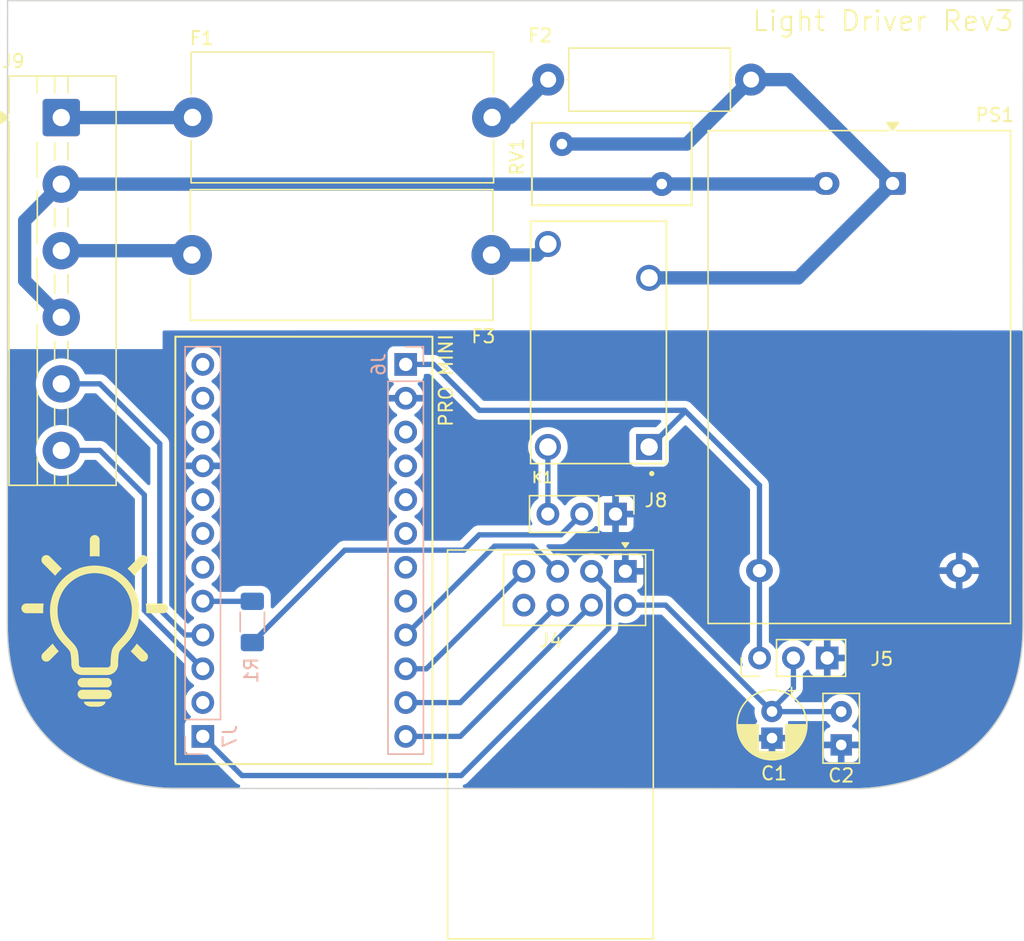
<source format=kicad_pcb>
(kicad_pcb
	(version 20241229)
	(generator "pcbnew")
	(generator_version "9.0")
	(general
		(thickness 0.89)
		(legacy_teardrops no)
	)
	(paper "A4")
	(title_block
		(date "sam. 04 avril 2015")
	)
	(layers
		(0 "F.Cu" signal)
		(2 "B.Cu" signal)
		(9 "F.Adhes" user "F.Adhesive")
		(11 "B.Adhes" user "B.Adhesive")
		(13 "F.Paste" user)
		(15 "B.Paste" user)
		(5 "F.SilkS" user "F.Silkscreen")
		(7 "B.SilkS" user "B.Silkscreen")
		(1 "F.Mask" user)
		(3 "B.Mask" user)
		(17 "Dwgs.User" user "User.Drawings")
		(19 "Cmts.User" user "User.Comments")
		(21 "Eco1.User" user "User.Eco1")
		(23 "Eco2.User" user "User.Eco2")
		(25 "Edge.Cuts" user)
		(27 "Margin" user)
		(31 "F.CrtYd" user "F.Courtyard")
		(29 "B.CrtYd" user "B.Courtyard")
		(35 "F.Fab" user)
		(33 "B.Fab" user)
	)
	(setup
		(stackup
			(layer "F.SilkS"
				(type "Top Silk Screen")
			)
			(layer "F.Paste"
				(type "Top Solder Paste")
			)
			(layer "F.Mask"
				(type "Top Solder Mask")
				(color "Green")
				(thickness 0.01)
			)
			(layer "F.Cu"
				(type "copper")
				(thickness 0.035)
			)
			(layer "dielectric 1"
				(type "core")
				(thickness 0.8)
				(material "FR4")
				(epsilon_r 4.5)
				(loss_tangent 0.02)
			)
			(layer "B.Cu"
				(type "copper")
				(thickness 0.035)
			)
			(layer "B.Mask"
				(type "Bottom Solder Mask")
				(color "Green")
				(thickness 0.01)
			)
			(layer "B.Paste"
				(type "Bottom Solder Paste")
			)
			(layer "B.SilkS"
				(type "Bottom Silk Screen")
			)
			(copper_finish "None")
			(dielectric_constraints no)
		)
		(pad_to_mask_clearance 0)
		(allow_soldermask_bridges_in_footprints no)
		(tenting front back)
		(aux_axis_origin 100 100)
		(grid_origin 100 100)
		(pcbplotparams
			(layerselection 0x00000000_00000000_5555555f_ffffffff)
			(plot_on_all_layers_selection 0x00000000_00000000_00000000_00000000)
			(disableapertmacros no)
			(usegerberextensions no)
			(usegerberattributes yes)
			(usegerberadvancedattributes yes)
			(creategerberjobfile yes)
			(dashed_line_dash_ratio 12.000000)
			(dashed_line_gap_ratio 3.000000)
			(svgprecision 6)
			(plotframeref no)
			(mode 1)
			(useauxorigin no)
			(hpglpennumber 1)
			(hpglpenspeed 20)
			(hpglpendiameter 15.000000)
			(pdf_front_fp_property_popups yes)
			(pdf_back_fp_property_popups yes)
			(pdf_metadata yes)
			(pdf_single_document no)
			(dxfpolygonmode yes)
			(dxfimperialunits yes)
			(dxfusepcbnewfont yes)
			(psnegative no)
			(psa4output no)
			(plot_black_and_white yes)
			(sketchpadsonfab no)
			(plotpadnumbers no)
			(hidednponfab no)
			(sketchdnponfab yes)
			(crossoutdnponfab yes)
			(subtractmaskfromsilk no)
			(outputformat 1)
			(mirror no)
			(drillshape 0)
			(scaleselection 1)
			(outputdirectory "light_driver/")
		)
	)
	(net 0 "")
	(net 1 "GND")
	(net 2 "/~{RESET}")
	(net 3 "RAW")
	(net 4 "/D8")
	(net 5 "/D4")
	(net 6 "/A3")
	(net 7 "/A2")
	(net 8 "/A1")
	(net 9 "/A0")
	(net 10 "/D2")
	(net 11 "/*D3")
	(net 12 "/TX")
	(net 13 "/RX")
	(net 14 "MOSI")
	(net 15 "CSN")
	(net 16 "MISO")
	(net 17 "CE")
	(net 18 "VCC")
	(net 19 "SCK")
	(net 20 "Net-(F1-Pad2)")
	(net 21 "Net-(F3-Pad1)")
	(net 22 "Net-(J8-Pin_3)")
	(net 23 "Net-(J8-Pin_2)")
	(net 24 "BJT")
	(net 25 "ACL")
	(net 26 "Net-(PS1-AC{slash}L)")
	(net 27 "BL")
	(net 28 "SW1")
	(net 29 "SW2")
	(net 30 "ACN")
	(net 31 "unconnected-(J4-Pin_8-Pad8)")
	(net 32 "3V3")
	(footprint "Varistor:RV_Disc_D12mm_W6.2mm_P7.5mm" (layer "F.Cu") (at 71.99 36.6))
	(footprint "Connector_PinHeader_2.54mm:PinHeader_1x03_P2.54mm_Vertical" (layer "F.Cu") (at 86.84 75.2 90))
	(footprint "Fuse:Fuseholder_Cylinder-5x20mm_Schurter_0031_8201_Horizontal_Open" (layer "F.Cu") (at 66.7 44.93 180))
	(footprint "Capacitor_THT:CP_Radial_D5.0mm_P2.00mm" (layer "F.Cu") (at 87.77 79.22 -90))
	(footprint "Converter_ACDC:Converter_ACDC_Hi-Link_HLK-PMxx" (layer "F.Cu") (at 96.83 39.56 -90))
	(footprint "Fuse:Fuseholder_Cylinder-5x20mm_Schurter_0031_8201_Horizontal_Open" (layer "F.Cu") (at 44.25 34.6))
	(footprint "OJE-SS-112LMH_000:TE_5-1419128-0" (layer "F.Cu") (at 74.74 51.5 90))
	(footprint "Capacitor_THT:C_Disc_D5.0mm_W2.5mm_P2.50mm" (layer "F.Cu") (at 92.97 79.23 -90))
	(footprint "TerminalBlock:TerminalBlock_MaiXu_MX126-5.0-06P_1x06_P5.00mm" (layer "F.Cu") (at 34.39 34.61 -90))
	(footprint "Connector_PinHeader_2.54mm:PinHeader_1x03_P2.54mm_Vertical" (layer "F.Cu") (at 76.02 64.39 -90))
	(footprint "RF_Module:nRF24L01_Breakout" (layer "F.Cu") (at 76.755 68.6905 -90))
	(footprint "Resistor_THT:R_Axial_DIN0414_L11.9mm_D4.5mm_P15.24mm_Horizontal" (layer "F.Cu") (at 86.2 31.76 180))
	(footprint "Connector_PinHeader_2.54mm:PinHeader_1x12_P2.54mm_Vertical" (layer "B.Cu") (at 45.02 81.09))
	(footprint "Connector_PinHeader_2.54mm:PinHeader_1x12_P2.54mm_Vertical" (layer "B.Cu") (at 60.26 53.15 180))
	(footprint "Resistor_SMD:R_1206_3216Metric_Pad1.30x1.75mm_HandSolder" (layer "B.Cu") (at 48.74 72.495 -90))
	(gr_poly
		(pts
			(xy 36.951313 68.259192) (xy 36.991729 68.260155) (xy 37.031734 68.261686) (xy 37.071331 68.263726)
			(xy 37.110525 68.266215) (xy 37.14932 68.269093) (xy 37.225731 68.275778) (xy 37.226776 68.276029)
			(xy 37.227768 68.276029) (xy 37.257018 68.279283) (xy 37.33399 68.288081) (xy 37.410564 68.298572)
			(xy 37.486718 68.310748) (xy 37.562427 68.3246) (xy 37.637666 68.340119) (xy 37.712414 68.357296)
			(xy 37.786644 68.376121) (xy 37.860334 68.396587) (xy 38.112032 68.470485) (xy 38.109002 68.486651)
			(xy 38.218606 68.531266) (xy 38.326241 68.579563) (xy 38.431828 68.631462) (xy 38.53529 68.686887)
			(xy 38.636547 68.745757) (xy 38.735521 68.807996) (xy 38.832135 68.873524) (xy 38.926308 68.942263)
			(xy 39.017964 69.014136) (xy 39.107023 69.089062) (xy 39.193406 69.166965) (xy 39.277037 69.247765)
			(xy 39.357835 69.331385) (xy 39.435723 69.417746) (xy 39.510622 69.506769) (xy 39.582453 69.598377)
			(xy 39.660518 69.70574) (xy 39.734395 69.816268) (xy 39.803967 69.92984) (xy 39.869115 70.046333)
			(xy 39.929722 70.165627) (xy 39.98567 70.287599) (xy 40.036841 70.412129) (xy 40.083116 70.539095)
			(xy 40.124378 70.668374) (xy 40.160509 70.799847) (xy 40.191391 70.93339) (xy 40.216906 71.068883)
			(xy 40.236935 71.206203) (xy 40.251362 71.34523) (xy 40.260068 71.485841) (xy 40.262935 71.627916)
			(xy 40.262869 71.627875) (xy 40.261151 71.76031) (xy 40.255714 71.88889) (xy 40.246704 72.013681)
			(xy 40.234267 72.134743) (xy 40.218548 72.252141) (xy 40.199696 72.365938) (xy 40.177855 72.476195)
			(xy 40.153171 72.582977) (xy 40.125792 72.686345) (xy 40.095864 72.786364) (xy 40.063532 72.883095)
			(xy 40.028943 72.976603) (xy 39.992243 73.066949) (xy 39.953579 73.154196) (xy 39.913097 73.238408)
			(xy 39.870942 73.319648) (xy 39.827428 73.398056) (xy 39.782709 73.473595) (xy 39.736961 73.54636)
			(xy 39.690361 73.616446) (xy 39.643085 73.683945) (xy 39.595309 73.748954) (xy 39.547211 73.811567)
			(xy 39.498966 73.871876) (xy 39.450751 73.929978) (xy 39.402742 73.985967) (xy 39.30805 74.09198)
			(xy 39.2163 74.190672) (xy 39.128905 74.282798) (xy 39.073586 74.340759) (xy 39.021338 74.396224)
			(xy 38.972493 74.449204) (xy 38.927382 74.499713) (xy 38.886338 74.547763) (xy 38.867445 74.570869)
			(xy 38.849693 74.593365) (xy 38.833123 74.615253) (xy 38.817778 74.636533) (xy 38.803699 74.657208)
			(xy 38.790927 74.677278) (xy 38.784051 74.688496) (xy 38.777602 74.699461) (xy 38.771568 74.710183)
			(xy 38.765937 74.720667) (xy 38.7607 74.730921) (xy 38.755844 74.740953) (xy 38.75136 74.750769)
			(xy 38.747235 74.760377) (xy 38.743459 74.769784) (xy 38.740022 74.778998) (xy 38.736911 74.788025)
			(xy 38.734116 74.796873) (xy 38.731627 74.805549) (xy 38.729431 74.81406) (xy 38.727519 74.822414)
			(xy 38.725878 74.830618) (xy 38.715417 74.890033) (xy 38.706118 74.950822) (xy 38.697917 75.012431)
			(xy 38.690745 75.074307) (xy 38.679225 75.196645) (xy 38.671027 75.313409) (xy 38.665619 75.420173)
			(xy 38.662467 75.512507) (xy 38.660804 75.636181) (xy 38.660804 75.663922) (xy 38.659744 75.705888)
			(xy 38.656599 75.747301) (xy 38.651418 75.78811) (xy 38.644253 75.828264) (xy 38.635156 75.867712)
			(xy 38.624176 75.906403) (xy 38.611365 75.944286) (xy 38.596775 75.981311) (xy 38.580455 76.017425)
			(xy 38.562457 76.052579) (xy 38.542832 76.08672) (xy 38.521631 76.119798) (xy 38.498904 76.151763)
			(xy 38.474704 76.182562) (xy 38.44908 76.212145) (xy 38.422084 76.240462) (xy 38.393766 76.26746)
			(xy 38.364179 76.293089) (xy 38.333371 76.317297) (xy 38.301396 76.340035) (xy 38.268303 76.361251)
			(xy 38.234143 76.380893) (xy 38.198969 76.398911) (xy 38.162829 76.415254) (xy 38.125776 76.429871)
			(xy 38.087861 76.44271) (xy 38.049133 76.453721) (xy 38.009646 76.462853) (xy 37.969448 76.470055)
			(xy 37.928592 76.475275) (xy 37.887128 76.478463) (xy 37.845108 76.479567) (xy 35.959819 76.479567)
			(xy 35.917847 76.478463) (xy 35.876426 76.475278) (xy 35.835606 76.470064) (xy 35.79544 76.46287)
			(xy 35.755978 76.453748) (xy 35.717272 76.442749) (xy 35.679372 76.429923) (xy 35.642331 76.415321)
			(xy 35.606199 76.398993) (xy 35.571028 76.380991) (xy 35.53687 76.361365) (xy 35.503774 76.340165)
			(xy 35.471793 76.317443) (xy 35.440978 76.29325) (xy 35.41138 76.267635) (xy 35.38305 76.24065) (xy 35.35604 76.212345)
			(xy 35.330401 76.182772) (xy 35.306185 76.15198) (xy 35.283441 76.120022) (xy 35.262223 76.086946)
			(xy 35.242581 76.052804) (xy 35.224566 76.017648) (xy 35.208229 75.981527) (xy 35.193623 75.944492)
			(xy 35.180797 75.906594) (xy 35.169804 75.867883) (xy 35.160695 75.828411) (xy 35.153521 75.788229)
			(xy 35.148333 75.747386) (xy 35.145183 75.705933) (xy 35.144121 75.663922) (xy 35.144121 75.635162)
			(xy 35.142253 75.511087) (xy 35.139094 75.418757) (xy 35.133719 75.312098) (xy 35.125578 75.195505)
			(xy 35.114124 75.073379) (xy 35.098805 74.950116) (xy 35.079074 74.830114) (xy 35.076567 74.817907)
			(xy 35.073376 74.805298) (xy 35.06948 74.792278) (xy 35.064858 74.778836) (xy 35.059488 74.764962)
			(xy 35.053348 74.750646) (xy 35.046418 74.735878) (xy 35.038675 74.720647) (xy 35.030099 74.704943)
			(xy 35.020668 74.688756) (xy 35.01036 74.672076) (xy 34.999153 74.654892) (xy 34.987027 74.637195)
			(xy 34.97396 74.618973) (xy 34.959931 74.600217) (xy 34.944917 74.580917) (xy 34.912913 74.541121)
			(xy 34.87757 74.499636) (xy 34.839149 74.456425) (xy 34.79791 74.411452) (xy 34.708022 74.316074)
			(xy 34.609994 74.213213) (xy 34.505857 74.101727) (xy 34.397659 73.980672) (xy 34.287536 73.848991)
			(xy 34.23242 73.778837) (xy 34.177622 73.705631) (xy 34.12341 73.629242) (xy 34.070051 73.549537)
			(xy 34.017811 73.466385) (xy 33.966957 73.379654) (xy 33.917755 73.289212) (xy 33.870473 73.194928)
			(xy 33.825378 73.096669) (xy 33.782735 72.994303) (xy 33.730233 72.851319) (xy 33.683137 72.700849)
			(xy 33.641939 72.542661) (xy 33.623705 72.4606) (xy 33.607129 72.376523) (xy 33.592274 72.290402)
			(xy 33.5792 72.202206) (xy 33.567969 72.111908) (xy 33.558643 72.019478) (xy 33.551282 71.924888)
			(xy 33.545948 71.828108) (xy 33.542702 71.729109) (xy 33.541609 71.62805) (xy 34.111227 71.62805)
			(xy 34.112918 71.744401) (xy 34.117704 71.85644) (xy 34.125453 71.964308) (xy 34.136036 72.068144)
			(xy 34.149319 72.168088) (xy 34.165171 72.264281) (xy 34.183462 72.356862) (xy 34.204059 72.445973)
			(xy 34.226831 72.531752) (xy 34.251647 72.614341) (xy 34.278375 72.693879) (xy 34.306884 72.770506)
			(xy 34.337041 72.844363) (xy 34.368717 72.91559) (xy 34.401779 72.984327) (xy 34.436095 73.050714)
			(xy 34.471697 73.114859) (xy 34.508445 73.176937) (xy 34.54624 73.237056) (xy 34.584987 73.295325)
			(xy 34.624589 73.351852) (xy 34.664947 73.406745) (xy 34.705966 73.460111) (xy 34.747548 73.51206)
			(xy 34.789596 73.562699) (xy 34.832014 73.612136) (xy 34.917567 73.707837) (xy 35.003434 73.800028)
			(xy 35.088836 73.889575) (xy 35.199959 74.007431) (xy 35.254074 74.066104) (xy 35.306801 74.125271)
			(xy 35.357823 74.185429) (xy 35.382594 74.216036) (xy 35.40682 74.247077) (xy 35.430461 74.278615)
			(xy 35.453476 74.310712) (xy 35.475826 74.34343) (xy 35.497472 74.376831) (xy 35.520931 74.416032)
			(xy 35.543147 74.456473) (xy 35.563912 74.498158) (xy 35.573686 74.519469) (xy 35.583018 74.541092)
			(xy 35.591884 74.563028) (xy 35.600256 74.585278) (xy 35.60811 74.607843) (xy 35.615418 74.630722)
			(xy 35.622155 74.653916) (xy 35.628295 74.677425) (xy 35.633812 74.701251) (xy 35.63868 74.725394)
			(xy 35.651239 74.797233) (xy 35.662309 74.869257) (xy 35.671984 74.940998) (xy 35.68036 75.01199)
			(xy 35.693588 75.149854) (xy 35.702751 75.279113) (xy 35.708602 75.396028) (xy 35.711898 75.496862)
			(xy 35.713848 75.635336) (xy 35.713848 75.66407) (xy 35.714159 75.676905) (xy 35.715084 75.68951)
			(xy 35.716611 75.701879) (xy 35.718726 75.714004) (xy 35.721418 75.725879) (xy 35.724673 75.737498)
			(xy 35.728479 75.748853) (xy 35.732824 75.759938) (xy 35.737694 75.770746) (xy 35.743077 75.78127)
			(xy 35.74896 75.791505) (xy 35.755332 75.801442) (xy 35.762179 75.811075) (xy 35.769488 75.820398)
			(xy 35.777247 75.829404) (xy 35.785444 75.838086) (xy 35.79413 75.846288) (xy 35.803149 75.854064)
			(xy 35.812496 75.861398) (xy 35.82216 75.868277) (xy 35.832135 75.874686) (xy 35.842411 75.880612)
			(xy 35.852981 75.886041) (xy 35.863837 75.890958) (xy 35.87497 75.895349) (xy 35.886373 75.8992)
			(xy 35.898037 75.902498) (xy 35.909954 75.905228) (xy 35.922116 75.907375) (xy 35.934514 75.908927)
			(xy 35.947142 75.909868) (xy 35.95999 75.910185) (xy 37.845278 75.910185) (xy 37.857965 75.909865)
			(xy 37.870479 75.908917) (xy 37.882808 75.907355) (xy 37.894935 75.905194) (xy 37.906845 75.902451)
			(xy 37.918523 75.89914) (xy 37.929955 75.895277) (xy 37.941124 75.890877) (xy 37.952017 75.885956)
			(xy 37.962618 75.880528) (xy 37.972912 75.874609) (xy 37.982883 75.868214) (xy 37.992518 75.86136)
			(xy 38.0018 75.85406) (xy 38.010714 75.84633) (xy 38.019246 75.838187) (xy 38.027381 75.829644) (xy 38.035103 75.820717)
			(xy 38.042398 75.811422) (xy 38.049249 75.801775) (xy 38.055643 75.791789) (xy 38.061564 75.781481)
			(xy 38.066997 75.770866) (xy 38.071927 75.759959) (xy 38.076338 75.748776) (xy 38.080217 75.737332)
			(xy 38.083547 75.725642) (xy 38.086314 75.713722) (xy 38.088502 75.701586) (xy 38.090097 75.689251)
			(xy 38.091084 75.676732) (xy 38.091446 75.664043) (xy 38.091446 75.636315) (xy 38.09327 75.498229)
			(xy 38.09647 75.397372) (xy 38.102218 75.280318) (xy 38.111281 75.150826) (xy 38.124427 75.012658)
			(xy 38.142422 74.869572) (xy 38.166033 74.725328) (xy 38.173826 74.688961) (xy 38.182966 74.653422)
			(xy 38.193381 74.618685) (xy 38.204998 74.584729) (xy 38.217747 74.551528) (xy 38.231556 74.519061)
			(xy 38.246353 74.487302) (xy 38.262067 74.456228) (xy 38.278625 74.425817) (xy 38.295957 74.396043)
			(xy 38.31399 74.366885) (xy 38.332653 74.338317) (xy 38.351875 74.310317) (xy 38.371584 74.28286)
			(xy 38.412175 74.229485) (xy 38.454697 74.176914) (xy 38.498575 74.125351) (xy 38.543651 74.074523)
			(xy 38.589764 74.024158) (xy 38.684469 73.923725) (xy 38.781414 73.821868) (xy 38.879451 73.716874)
			(xy 38.977221 73.607531) (xy 39.073553 73.492493) (xy 39.120813 73.432419) (xy 39.167276 73.370416)
			(xy 39.212792 73.306317) (xy 39.257218 73.239955) (xy 39.300406 73.17116) (xy 39.342209 73.099765)
			(xy 39.382482 73.025601) (xy 39.421078 72.948502) (xy 39.45785 72.868297) (xy 39.492653 72.78482)
			(xy 39.492667 72.784847) (xy 39.49268 72.784874) (xy 39.492707 72.784927) (xy 39.5358 72.667862)
			(xy 39.574716 72.543903) (xy 39.60897 72.412562) (xy 39.624198 72.343971) (xy 39.638079 72.273352)
			(xy 39.650553 72.200644) (xy 39.661559 72.125786) (xy 39.671036 72.048718) (xy 39.678925 71.969379)
			(xy 39.685164 71.887707) (xy 39.689693 71.803642) (xy 39.692452 71.717123) (xy 39.69338 71.628089)
			(xy 39.690937 71.509789) (xy 39.683669 71.3928) (xy 39.671674 71.27721) (xy 39.655046 71.163108)
			(xy 39.633882 71.050584) (xy 39.608275 70.939727) (xy 39.578323 70.830624) (xy 39.54412 70.723365)
			(xy 39.505763 70.618039) (xy 39.463346 70.514734) (xy 39.416965 70.41354) (xy 39.366715 70.314546)
			(xy 39.312693 70.217839) (xy 39.254993 70.123509) (xy 39.193712 70.031646) (xy 39.128944 69.942337)
			(xy 39.06068 69.855791) (xy 38.989134 69.772032) (xy 38.914404 69.691158) (xy 38.836589 69.613265)
			(xy 38.755787 69.538453) (xy 38.672096 69.466819) (xy 38.585613 69.398463) (xy 38.496438 69.333481)
			(xy 38.404669 69.271972) (xy 38.310403 69.214034) (xy 38.213738 69.159765) (xy 38.114774 69.109264)
			(xy 38.013608 69.062628) (xy 37.910338 69.019955) (xy 37.805062 68.981345) (xy 37.697879 68.946894)
			(xy 37.625767 68.925225) (xy 37.573561 68.911989) (xy 37.520972 68.89959) (xy 37.468004 68.888077)
			(xy 37.414656 68.877497) (xy 37.360932 68.867902) (xy 37.306832 68.859339) (xy 37.252358 68.851857)
			(xy 37.197512 68.845506) (xy 37.197023 68.845506) (xy 37.168753 68.842477) (xy 37.169797 68.842477)
			(xy 37.105762 68.836943) (xy 37.042354 68.832637) (xy 37.0109 68.831034) (xy 36.979621 68.829845)
			(xy 36.948522 68.829105) (xy 36.91761 68.828851) (xy 36.902978 68.829856) (xy 36.888359 68.828335)
			(xy 36.857276 68.828737) (xy 36.826085 68.829573) (xy 36.794768 68.830819) (xy 36.763306 68.832454)
			(xy 36.699875 68.836801) (xy 36.635643 68.842437) (xy 36.608391 68.845466) (xy 36.607399 68.845466)
			(xy 36.552461 68.851847) (xy 36.497916 68.859387) (xy 36.443754 68.868017) (xy 36.389967 68.877671)
			(xy 36.336545 68.888282) (xy 36.283481 68.899783) (xy 36.230765 68.912106) (xy 36.17839 68.925185)
			(xy 36.107256 68.946855) (xy 36.000078 68.981305) (xy 35.894805 69.019914) (xy 35.791537 69.062584)
			(xy 35.690371 69.109218) (xy 35.591407 69.159717) (xy 35.494742 69.213983) (xy 35.400474 69.271919)
			(xy 35.308703 69.333426) (xy 35.219526 69.398406) (xy 35.133042 69.466762) (xy 35.049348 69.538396)
			(xy 34.968545 69.613208) (xy 34.890729 69.691103) (xy 34.815999 69.771981) (xy 34.744454 69.855745)
			(xy 34.676192 69.942296) (xy 34.61133 70.031603) (xy 34.549976 70.123464) (xy 34.492225 70.217792)
			(xy 34.438167 70.314496) (xy 34.387895 70.413489) (xy 34.341502 70.514682) (xy 34.29908 70.617985)
			(xy 34.260721 70.72331) (xy 34.226518 70.830569) (xy 34.196564 70.939672) (xy 34.17095 71.05053)
			(xy 34.14977 71.163056) (xy 34.133115 71.277159) (xy 34.121078 71.392752) (xy 34.113751 71.509745)
			(xy 34.111227 71.62805) (xy 33.541609 71.62805) (xy 33.541607 71.627864) (xy 33.544561 71.48578)
			(xy 33.553343 71.345161) (xy 33.567836 71.20613) (xy 33.587921 71.068806) (xy 33.61348 70.933311)
			(xy 33.644395 70.799767) (xy 33.680547 70.668295) (xy 33.721818 70.539017) (xy 33.76809 70.412054)
			(xy 33.819245 70.287527) (xy 33.875164 70.165557) (xy 33.93573 70.046267) (xy 34.000823 69.929777)
			(xy 34.070327 69.816209) (xy 34.144121 69.705684) (xy 34.222089 69.598324) (xy 34.294316 69.506353)
			(xy 34.369631 69.41699) (xy 34.447955 69.330314) (xy 34.529207 69.246402) (xy 34.613309 69.165335)
			(xy 34.700179 69.087191) (xy 34.789739 69.012048) (xy 34.881908 68.939986) (xy 34.976607 68.871083)
			(xy 35.073756 68.805419) (xy 35.173274 68.743071) (xy 35.275083 68.684119) (xy 35.379102 68.628642)
			(xy 35.485252 68.576718) (xy 35.593452 68.528427) (xy 35.703623 68.483846) (xy 35.70111 68.46768)
			(xy 35.944738 68.396587) (xy 36.018255 68.376112) (xy 36.092355 68.357281) (xy 36.167005 68.3401)
			(xy 36.242171 68.32458) (xy 36.317819 68.310729) (xy 36.393914 68.298557) (xy 36.470424 68.288072)
			(xy 36.547314 68.279283) (xy 36.577555 68.276029) (xy 36.579077 68.275778) (xy 36.655506 68.269104)
			(xy 36.733497 68.263736) (xy 36.773095 68.261693) (xy 36.813101 68.260158) (xy 36.853524 68.259193)
			(xy 36.894368 68.258858) (xy 36.910481 68.258858)
		)
		(stroke
			(width 0)
			(type solid)
		)
		(fill yes)
		(layer "F.SilkS")
		(uuid "028fcad5-a4f7-43e4-a187-53fb7241034c")
	)
	(gr_poly
		(pts
			(xy 33.797245 74.196113) (xy 33.854247 74.274097) (xy 33.911711 74.34961) (xy 33.969464 74.422764)
			(xy 34.027333 74.493673) (xy 34.085146 74.562451) (xy 34.142731 74.629212) (xy 34.199916 74.694068)
			(xy 33.527477 75.366942) (xy 33.513793 75.379955) (xy 33.499618 75.392129) (xy 33.484984 75.403463)
			(xy 33.469925 75.413958) (xy 33.454473 75.423613) (xy 33.438661 75.432428) (xy 33.422521 75.440404)
			(xy 33.406086 75.44754) (xy 33.389388 75.453837) (xy 33.37246 75.459294) (xy 33.355335 75.463912)
			(xy 33.338046 75.46769) (xy 33.320624 75.470628) (xy 33.303103 75.472727) (xy 33.285515 75.473986)
			(xy 33.267893 75.474406) (xy 33.250269 75.473986) (xy 33.232676 75.472727) (xy 33.215147 75.470628)
			(xy 33.197715 75.46769) (xy 33.180411 75.463912) (xy 33.163268 75.459294) (xy 33.14632 75.453837)
			(xy 33.129598 75.44754) (xy 33.113136 75.440404) (xy 33.096966 75.432428) (xy 33.08112 75.423613)
			(xy 33.065631 75.413958) (xy 33.050533 75.403463) (xy 33.035856 75.392129) (xy 33.021635 75.379955)
			(xy 33.007902 75.366942) (xy 32.994888 75.353206) (xy 32.982715 75.338986) (xy 32.971381 75.324314)
			(xy 32.960886 75.309222) (xy 32.951231 75.293743) (xy 32.942416 75.277908) (xy 32.93444 75.261751)
			(xy 32.927304 75.245303) (xy 32.921007 75.228597) (xy 32.91555 75.211664) (xy 32.910932 75.194538)
			(xy 32.907154 75.177251) (xy 32.904216 75.159835) (xy 32.902117 75.142322) (xy 32.900858 75.124744)
			(xy 32.900438 75.107134) (xy 32.900858 75.089525) (xy 32.902117 75.071948) (xy 32.904216 75.054435)
			(xy 32.907154 75.03702) (xy 32.910932 75.019734) (xy 32.91555 75.00261) (xy 32.921007 74.98568) (xy 32.927304 74.968976)
			(xy 32.93444 74.95253) (xy 32.942416 74.936376) (xy 32.951231 74.920545) (xy 32.960886 74.905069)
			(xy 32.971381 74.889981) (xy 32.982715 74.875313) (xy 32.994888 74.861097) (xy 33.007902 74.847367)
			(xy 33.007941 74.847432) (xy 33.740877 74.115543)
		)
		(stroke
			(width 0)
			(type solid)
		)
		(fill yes)
		(layer "F.SilkS")
		(uuid "0a0a0a3d-575e-4533-b04b-ff097f99f560")
	)
	(gr_poly
		(pts
			(xy 37.855592 77.587833) (xy 37.873359 77.589187) (xy 37.890872 77.591415) (xy 37.90811 77.594496)
			(xy 37.925048 77.598408) (xy 37.941666 77.603129) (xy 37.957941 77.608637) (xy 37.973851 77.61491)
			(xy 37.989373 77.621925) (xy 38.004485 77.629661) (xy 38.019165 77.638095) (xy 38.03339 77.647206)
			(xy 38.047139 77.656971) (xy 38.060389 77.667368) (xy 38.073117 77.678376) (xy 38.085302 77.689971)
			(xy 38.096921 77.702133) (xy 38.107952 77.714839) (xy 38.118373 77.728066) (xy 38.12816 77.741794)
			(xy 38.137293 77.755999) (xy 38.145749 77.77066) (xy 38.153505 77.785754) (xy 38.160539 77.80126)
			(xy 38.166829 77.817155) (xy 38.172352 77.833418) (xy 38.177087 77.850026) (xy 38.181011 77.866958)
			(xy 38.184102 77.88419) (xy 38.186338 77.901702) (xy 38.187695 77.91947) (xy 38.188153 77.937474)
			(xy 38.187695 77.95557) (xy 38.186338 77.973425) (xy 38.184104 77.991017) (xy 38.181014 78.008325)
			(xy 38.177091 78.025326) (xy 38.172357 78.041999) (xy 38.166835 78.058322) (xy 38.160546 78.074273)
			(xy 38.153514 78.089829) (xy 38.145759 78.10497) (xy 38.137305 78.119673) (xy 38.128174 78.133916)
			(xy 38.118388 78.147678) (xy 38.107969 78.160936) (xy 38.09694 78.173669) (xy 38.085322 78.185855)
			(xy 38.073138 78.197472) (xy 38.060411 78.208498) (xy 38.047162 78.218911) (xy 38.033414 78.22869)
			(xy 38.019188 78.237811) (xy 38.004508 78.246255) (xy 37.989396 78.253998) (xy 37.973873 78.261019)
			(xy 37.957962 78.267296) (xy 37.941686 78.272807) (xy 37.925066 78.27753) (xy 37.908125 78.281444)
			(xy 37.890885 78.284526) (xy 37.873368 78.286754) (xy 37.855596 78.288107) (xy 37.837593 78.288563)
			(xy 35.967398 78.288563) (xy 35.949399 78.288107) (xy 35.931632 78.286753) (xy 35.914118 78.284524)
			(xy 35.896881 78.281442) (xy 35.879942 78.277527) (xy 35.863324 78.272802) (xy 35.847049 78.26729)
			(xy 35.83114 78.261012) (xy 35.815618 78.253989) (xy 35.800506 78.246244) (xy 35.785826 78.237799)
			(xy 35.7716 78.228675) (xy 35.757851 78.218895) (xy 35.744602 78.208481) (xy 35.731873 78.197453)
			(xy 35.719689 78.185835) (xy 35.70807 78.173648) (xy 35.697039 78.160914) (xy 35.686618 78.147655)
			(xy 35.676831 78.133893) (xy 35.667698 78.119649) (xy 35.659242 78.104946) (xy 35.651486 78.089806)
			(xy 35.644452 78.07425) (xy 35.638162 78.058301) (xy 35.632638 78.04198) (xy 35.627904 78.025309)
			(xy 35.623979 78.00831) (xy 35.620889 77.991005) (xy 35.618653 77.973416) (xy 35.617296 77.955565)
			(xy 35.616838 77.937474) (xy 35.617296 77.919468) (xy 35.618653 77.901697) (xy 35.620887 77.884184)
			(xy 35.623977 77.86695) (xy 35.6279 77.850017) (xy 35.632634 77.833408) (xy 35.638156 77.817145)
			(xy 35.644445 77.801249) (xy 35.651477 77.785742) (xy 35.659232 77.770648) (xy 35.667685 77.755987)
			(xy 35.676817 77.741782) (xy 35.686603 77.728055) (xy 35.697022 77.714828) (xy 35.708051 77.702122)
			(xy 35.719669 77.689961) (xy 35.731852 77.678366) (xy 35.74458 77.667359) (xy 35.757829 77.656963)
			(xy 35.771577 77.647199) (xy 35.785802 77.638089) (xy 35.800482 77.629655) (xy 35.815595 77.62192)
			(xy 35.831117 77.614906) (xy 35.847028 77.608634) (xy 35.863305 77.603127) (xy 35.879924 77.598406)
			(xy 35.896866 77.594495) (xy 35.914106 77.591414) (xy 35.931623 77.589186) (xy 35.949394 77.587833)
			(xy 35.967398 77.587377) (xy 37.837593 77.587377)
		)
		(stroke
			(width 0)
			(type solid)
		)
		(fill yes)
		(layer "F.SilkS")
		(uuid "0cbf0e11-2dfe-467b-96bd-fc7f2ba3f06c")
	)
	(gr_rect
		(start 42.96 51.07)
		(end 62.27 83.17)
		(stroke
			(width 0.15)
			(type default)
		)
		(fill no)
		(layer "F.SilkS")
		(uuid "294541a1-6c20-4e0d-bfa8-73091e6b6eaa")
	)
	(gr_poly
		(pts
			(xy 40.064201 74.115498) (xy 40.064193 74.115489) (xy 40.064207 74.115489)
		)
		(stroke
			(width 0)
			(type solid)
		)
		(fill yes)
		(layer "F.SilkS")
		(uuid "2f8065ec-29c5-4f93-8713-3ce2be8ab8f6")
	)
	(gr_poly
		(pts
			(xy 37.855592 76.703079) (xy 37.873359 76.704428) (xy 37.890872 76.70665) (xy 37.90811 76.709723)
			(xy 37.925048 76.713626) (xy 37.941666 76.718337) (xy 37.957941 76.723834) (xy 37.973851 76.730096)
			(xy 37.989373 76.737102) (xy 38.004485 76.744829) (xy 38.019165 76.753256) (xy 38.03339 76.762362)
			(xy 38.047139 76.772125) (xy 38.060389 76.782523) (xy 38.073117 76.793535) (xy 38.085302 76.805139)
			(xy 38.096921 76.817314) (xy 38.107952 76.830037) (xy 38.118373 76.843288) (xy 38.12816 76.857045)
			(xy 38.137293 76.871285) (xy 38.145749 76.885989) (xy 38.153505 76.901133) (xy 38.160539 76.916697)
			(xy 38.166829 76.932658) (xy 38.172352 76.948996) (xy 38.177087 76.965689) (xy 38.181011 76.982714)
			(xy 38.184102 77.000051) (xy 38.186338 77.017677) (xy 38.187695 77.035572) (xy 38.188153 77.053714)
			(xy 38.187695 77.071672) (xy 38.186338 77.089401) (xy 38.184104 77.106878) (xy 38.181014 77.124082)
			(xy 38.177091 77.14099) (xy 38.172357 77.157579) (xy 38.166835 77.173827) (xy 38.160546 77.189712)
			(xy 38.153514 77.205211) (xy 38.145759 77.220302) (xy 38.137305 77.234963) (xy 38.128174 77.249171)
			(xy 38.118388 77.262905) (xy 38.107969 77.27614) (xy 38.09694 77.288856) (xy 38.085322 77.30103)
			(xy 38.073138 77.312639) (xy 38.060411 77.323661) (xy 38.047162 77.334074) (xy 38.033414 77.343855)
			(xy 38.019188 77.352982) (xy 38.004508 77.361433) (xy 37.989396 77.369185) (xy 37.973873 77.376217)
			(xy 37.957962 77.382504) (xy 37.941686 77.388026) (xy 37.925066 77.39276) (xy 37.908125 77.396683)
			(xy 37.890885 77.399773) (xy 37.873368 77.402008) (xy 37.855596 77.403366) (xy 37.837593 77.403823)
			(xy 35.967398 77.403823) (xy 35.949399 77.403366) (xy 35.931632 77.402008) (xy 35.914118 77.399773)
			(xy 35.896881 77.396682) (xy 35.879942 77.392758) (xy 35.863324 77.388024) (xy 35.847049 77.382501)
			(xy 35.83114 77.376213) (xy 35.815618 77.369181) (xy 35.800506 77.361428) (xy 35.785826 77.352976)
			(xy 35.7716 77.343848) (xy 35.757851 77.334066) (xy 35.744602 77.323652) (xy 35.731873 77.312629)
			(xy 35.719689 77.30102) (xy 35.70807 77.288845) (xy 35.697039 77.276129) (xy 35.686618 77.262893)
			(xy 35.676831 77.24916) (xy 35.667698 77.234951) (xy 35.659242 77.220291) (xy 35.651486 77.2052)
			(xy 35.644452 77.189701) (xy 35.638162 77.173816) (xy 35.632638 77.157569) (xy 35.627904 77.140981)
			(xy 35.623979 77.124075) (xy 35.620889 77.106872) (xy 35.618653 77.089396) (xy 35.617296 77.071669)
			(xy 35.616838 77.053714) (xy 35.617296 77.035577) (xy 35.618653 77.017686) (xy 35.620887 77.000063)
			(xy 35.623977 76.982729) (xy 35.6279 76.965706) (xy 35.632634 76.949016) (xy 35.638156 76.93268)
			(xy 35.644445 76.916719) (xy 35.651477 76.901156) (xy 35.659232 76.886012) (xy 35.667685 76.871309)
			(xy 35.676817 76.857068) (xy 35.686603 76.843311) (xy 35.697022 76.830059) (xy 35.708051 76.817335)
			(xy 35.719669 76.805159) (xy 35.731852 76.793554) (xy 35.74458 76.78254) (xy 35.757829 76.772141)
			(xy 35.771577 76.762376) (xy 35.785802 76.753269) (xy 35.800482 76.74484) (xy 35.815595 76.737111)
			(xy 35.831117 76.730104) (xy 35.847028 76.72384) (xy 35.863305 76.718341) (xy 35.879924 76.713629)
			(xy 35.896866 76.709725) (xy 35.914106 76.706651) (xy 35.931623 76.704429) (xy 35.949394 76.703079)
			(xy 35.967398 76.702625) (xy 37.837593 76.702625)
		)
		(stroke
			(width 0)
			(type solid)
		)
		(fill yes)
		(layer "F.SilkS")
		(uuid "5e5f2c9c-86ba-4fce-afab-be15fedd8a20")
	)
	(gr_poly
		(pts
			(xy 37.703462 78.510986) (xy 37.702601 78.529034) (xy 37.700058 78.546844) (xy 37.69589 78.564394)
			(xy 37.690157 78.581662) (xy 37.682917 78.598627) (xy 37.674227 78.615266) (xy 37.664147 78.631557)
			(xy 37.652735 78.647479) (xy 37.640048 78.663008) (xy 37.626147 78.678124) (xy 37.59493 78.707028)
			(xy 37.559552 78.734013) (xy 37.52048 78.758904) (xy 37.47818 78.781525) (xy 37.43312 78.8017) (xy 37.385766 78.819254)
			(xy 37.336586 78.83401) (xy 37.286047 78.845793) (xy 37.234615 78.854427) (xy 37.182759 78.859737)
			(xy 37.130944 78.861546) (xy 36.673929 78.861546) (xy 36.648077 78.86109) (xy 36.622152 78.859737)
			(xy 36.596213 78.857509) (xy 36.570318 78.854428) (xy 36.544526 78.850516) (xy 36.518895 78.845794)
			(xy 36.493483 78.840286) (xy 36.468351 78.834012) (xy 36.443556 78.826995) (xy 36.419156 78.819256)
			(xy 36.395211 78.810819) (xy 36.371779 78.801704) (xy 36.348919 78.791933) (xy 36.326689 78.781529)
			(xy 36.305148 78.770514) (xy 36.284354 78.758909) (xy 36.264367 78.746737) (xy 36.245244 78.734019)
			(xy 36.227045 78.720777) (xy 36.209827 78.707034) (xy 36.19365 78.692811) (xy 36.178573 78.67813)
			(xy 36.164653 78.663014) (xy 36.151949 78.647484) (xy 36.140521 78.631563) (xy 36.130426 78.615271)
			(xy 36.121723 78.598632) (xy 36.114472 78.581666) (xy 36.108729 78.564397) (xy 36.104555 78.546846)
			(xy 36.102008 78.529035) (xy 36.101145 78.510986) (xy 36.103183 78.479182) (xy 37.066332 78.479182)
			(xy 37.066358 78.479182) (xy 37.701941 78.479182)
		)
		(stroke
			(width 0)
			(type solid)
		)
		(fill yes)
		(layer "F.SilkS")
		(uuid "8bbd9429-38a8-4381-afcc-c725e238b246")
	)
	(gr_poly
		(pts
			(xy 40.796692 74.84738) (xy 40.809747 74.861115) (xy 40.82196 74.875335) (xy 40.833331 74.890007)
			(xy 40.84386 74.905099) (xy 40.853546 74.920578) (xy 40.86239 74.936413) (xy 40.870391 74.95257)
			(xy 40.877551 74.969018) (xy 40.883868 74.985725) (xy 40.889343 75.002657) (xy 40.893975 75.019783)
			(xy 40.897765 75.03707) (xy 40.900713 75.054487) (xy 40.902819 75.072) (xy 40.904082 75.089577) (xy 40.904504 75.107187)
			(xy 40.904082 75.124797) (xy 40.902819 75.142374) (xy 40.900713 75.159886) (xy 40.897765 75.177301)
			(xy 40.893975 75.194587) (xy 40.889343 75.211712) (xy 40.883868 75.228642) (xy 40.877551 75.245346)
			(xy 40.870391 75.261791) (xy 40.86239 75.277946) (xy 40.853546 75.293777) (xy 40.84386 75.309253)
			(xy 40.833331 75.324341) (xy 40.82196 75.339009) (xy 40.809747 75.353224) (xy 40.796692 75.366955)
			(xy 40.783046 75.379968) (xy 40.768904 75.392142) (xy 40.7543 75.403476) (xy 40.739265 75.413971)
			(xy 40.723832 75.423626) (xy 40.708036 75.432441) (xy 40.691908 75.440417) (xy 40.675481 75.447553)
			(xy 40.658788 75.45385) (xy 40.641863 75.459307) (xy 40.624737 75.463925) (xy 40.607444 75.467703)
			(xy 40.590017 75.470641) (xy 40.572488 75.47274) (xy 40.554891 75.473999) (xy 40.537258 75.474419)
			(xy 40.519622 75.473999) (xy 40.502017 75.47274) (xy 40.484474 75.470641) (xy 40.467026 75.467703)
			(xy 40.449708 75.463925) (xy 40.432551 75.459307) (xy 40.415588 75.45385) (xy 40.398852 75.447553)
			(xy 40.382377 75.440417) (xy 40.366194 75.432441) (xy 40.350337 75.423626) (xy 40.334839 75.413971)
			(xy 40.319733 75.403476) (xy 40.30505 75.392142) (xy 40.290826 75.379968) (xy 40.277091 75.366955)
			(xy 39.605221 74.69453) (xy 39.662411 74.629528) (xy 39.719995 74.562692) (xy 39.777802 74.493884)
			(xy 39.835662 74.422968) (xy 39.893402 74.349807) (xy 39.950854 74.274265) (xy 40.007846 74.196205)
			(xy 40.064201 74.115498)
		)
		(stroke
			(width 0)
			(type solid)
		)
		(fill yes)
		(layer "F.SilkS")
		(uuid "998b1fdd-df27-497d-a761-31879303a4ae")
	)
	(gr_poly
		(pts
			(xy 40.554897 67.471346) (xy 40.572492 67.47261) (xy 40.59002 67.474716) (xy 40.607445 67.477664)
			(xy 40.624736 67.481455) (xy 40.64186 67.486088) (xy 40.658784 67.491563) (xy 40.675475 67.49788)
			(xy 40.691901 67.50504) (xy 40.708027 67.513043) (xy 40.723823 67.521888) (xy 40.739254 67.531575)
			(xy 40.754288 67.542104) (xy 40.768892 67.553476) (xy 40.783033 67.56569) (xy 40.796679 67.578746)
			(xy 40.809734 67.592435) (xy 40.821947 67.606614) (xy 40.833318 67.62125) (xy 40.843847 67.636311)
			(xy 40.853533 67.651763) (xy 40.862377 67.667575) (xy 40.870378 67.683714) (xy 40.877538 67.700146)
			(xy 40.883855 67.71684) (xy 40.88933 67.733762) (xy 40.893962 67.750881) (xy 40.897752 67.768163)
			(xy 40.9007 67.785575) (xy 40.902806 67.803085) (xy 40.904069 67.820661) (xy 40.904491 67.83827)
			(xy 40.904069 67.855878) (xy 40.902806 67.873454) (xy 40.9007 67.890964) (xy 40.897752 67.908376)
			(xy 40.893962 67.925658) (xy 40.88933 67.942777) (xy 40.883855 67.959699) (xy 40.877538 67.976393)
			(xy 40.870378 67.992825) (xy 40.862377 68.008964) (xy 40.853533 68.024776) (xy 40.843847 68.040228)
			(xy 40.833318 68.055289) (xy 40.821947 68.069925) (xy 40.809734 68.084104) (xy 40.796679 68.097793)
			(xy 39.871021 69.023927) (xy 39.871021 69.0239) (xy 39.81264 68.952298) (xy 39.752868 68.882025)
			(xy 39.691686 68.813142) (xy 39.629078 68.745711) (xy 39.565026 68.679793) (xy 39.499511 68.615449)
			(xy 39.432517 68.552741) (xy 39.364027 68.491731) (xy 40.277078 67.578746) (xy 40.290817 67.56569)
			(xy 40.305046 67.553476) (xy 40.319732 67.542104) (xy 40.334841 67.531575) (xy 40.350342 67.521888)
			(xy 40.366201 67.513043) (xy 40.382385 67.50504) (xy 40.398862 67.49788) (xy 40.415598 67.491563)
			(xy 40.432561 67.486088) (xy 40.449718 67.481455) (xy 40.467037 67.477664) (xy 40.484483 67.474716)
			(xy 40.502026 67.47261) (xy 40.51963 67.471346) (xy 40.537265 67.470925)
		)
		(stroke
			(width 0)
			(type solid)
		)
		(fill yes)
		(layer "F.SilkS")
		(uuid "a67432a7-1e71-410e-bd00-0a95119d1314")
	)
	(gr_poly
		(pts
			(xy 33.06 71.17) (xy 33.053267 71.234621) (xy 33.047325 71.299472) (xy 33.042263 71.364575) (xy 33.03817 71.42995)
			(xy 33.035136 71.495617) (xy 33.033249 71.561599) (xy 33.032601 71.627916) (xy 33.032597 71.62791)
			(xy 33.032594 71.627903) (xy 33.032591 71.627896) (xy 33.032587 71.62789) (xy 33.032874 71.681636)
			(xy 33.033733 71.734794) (xy 33.03516 71.787526) (xy 33.037151 71.839993) (xy 31.761952 71.839993)
			(xy 31.743106 71.839515) (xy 31.724504 71.838097) (xy 31.70617 71.835761) (xy 31.688127 71.832532)
			(xy 31.670398 71.828431) (xy 31.653006 71.823482) (xy 31.635974 71.817708) (xy 31.619326 71.811133)
			(xy 31.603085 71.803779) (xy 31.587274 71.795669) (xy 31.571917 71.786826) (xy 31.557036 71.777274)
			(xy 31.542654 71.767036) (xy 31.528796 71.756134) (xy 31.515483 71.744592) (xy 31.50274 71.732433)
			(xy 31.490589 71.71968) (xy 31.479055 71.706356) (xy 31.468159 71.692484) (xy 31.457925 71.678087)
			(xy 31.448376 71.663188) (xy 31.439537 71.647811) (xy 31.431428 71.631978) (xy 31.424075 71.615713)
			(xy 31.4175 71.599038) (xy 31.411727 71.581977) (xy 31.406778 71.564553) (xy 31.402676 71.546788)
			(xy 31.399446 71.528707) (xy 31.39711 71.510331) (xy 31.395691 71.491685) (xy 31.395213 71.472791)
			(xy 31.395691 71.4539) (xy 31.39711 71.435257) (xy 31.399446 71.416884) (xy 31.402676 71.398805)
			(xy 31.406777 71.381042) (xy 31.411726 71.36362) (xy 31.417499 71.34656) (xy 31.424073 71.329886)
			(xy 31.431426 71.313621) (xy 31.439534 71.297789) (xy 31.448373 71.282411) (xy 31.457921 71.267513)
			(xy 31.468155 71.253115) (xy 31.47905 71.239243) (xy 31.490585 71.225918) (xy 31.502735 71.213164)
			(xy 31.515478 71.201004) (xy 31.52879 71.189461) (xy 31.542648 71.178558) (xy 31.55703 71.168318)
			(xy 31.571911 71.158765) (xy 31.587268 71.149921) (xy 31.603079 71.14181) (xy 31.619321 71.134455)
			(xy 31.635969 71.127878) (xy 31.653001 71.122103) (xy 31.670393 71.117154) (xy 31.688123 71.113052)
			(xy 31.706167 71.109822) (xy 31.724502 71.107486) (xy 31.743105 71.106067) (xy 31.761952 71.105589)
			(xy 33.067433 71.105589)
		)
		(stroke
			(width 0)
			(type solid)
		)
		(fill yes)
		(layer "F.SilkS")
		(uuid "c66b91dc-9bbb-43f9-8200-893559274fca")
	)
	(gr_poly
		(pts
			(xy 42.042575 71.105655) (xy 42.061473 71.106133) (xy 42.080119 71.107551) (xy 42.098492 71.109887)
			(xy 42.116568 71.113116) (xy 42.134324 71.117217) (xy 42.151738 71.122166) (xy 42.168787 71.12794)
			(xy 42.185447 71.134515) (xy 42.201696 71.141869) (xy 42.217511 71.149979) (xy 42.232869 71.158822)
			(xy 42.247748 71.168374) (xy 42.262123 71.178612) (xy 42.275974 71.189514) (xy 42.289275 71.201056)
			(xy 42.302006 71.213215) (xy 42.314142 71.225968) (xy 42.325661 71.239292) (xy 42.33654 71.253164)
			(xy 42.346756 71.267561) (xy 42.356286 71.28246) (xy 42.365108 71.297837) (xy 42.373198 71.31367)
			(xy 42.380534 71.329935) (xy 42.387093 71.34661) (xy 42.392851 71.363671) (xy 42.397786 71.381095)
			(xy 42.401875 71.39886) (xy 42.405095 71.416941) (xy 42.407424 71.435317) (xy 42.408838 71.453963)
			(xy 42.409314 71.472857) (xy 42.408838 71.491751) (xy 42.407424 71.510398) (xy 42.405095 71.528773)
			(xy 42.401875 71.546854) (xy 42.397786 71.564619) (xy 42.392851 71.582043) (xy 42.387093 71.599104)
			(xy 42.380534 71.615779) (xy 42.373198 71.632044) (xy 42.365108 71.647877) (xy 42.356286 71.663254)
			(xy 42.346756 71.678153) (xy 42.33654 71.69255) (xy 42.325661 71.706422) (xy 42.314142 71.719746)
			(xy 42.302006 71.732499) (xy 42.289275 71.744658) (xy 42.275974 71.7562) (xy 42.262123 71.767102)
			(xy 42.247748 71.77734) (xy 42.232869 71.786892) (xy 42.217511 71.795735) (xy 42.201696 71.803845)
			(xy 42.185447 71.811199) (xy 42.168787 71.817775) (xy 42.151738 71.823548) (xy 42.134324 71.828497)
			(xy 42.116568 71.832598) (xy 42.098492 71.835827) (xy 42.080119 71.838163) (xy 42.061473 71.839581)
			(xy 42.042575 71.840059) (xy 40.768408 71.840059) (xy 40.770099 71.787589) (xy 40.771368 71.734851)
			(xy 40.772166 71.681691) (xy 40.772443 71.627956) (xy 40.771814 71.561646) (xy 40.769977 71.495668)
			(xy 40.767003 71.430001) (xy 40.762964 71.364624) (xy 40.757934 71.299519) (xy 40.751983 71.234665)
			(xy 40.745185 71.170041) (xy 40.737611 71.105629) (xy 42.042575 71.105629)
		)
		(stroke
			(width 0)
			(type solid)
		)
		(fill yes)
		(layer "F.SilkS")
		(uuid "c879fe4d-cd8f-4611-a441-229ff753fe6b")
	)
	(gr_poly
		(pts
			(xy 36.921238 65.966152) (xy 36.939884 65.967571) (xy 36.95826 65.969906) (xy 36.976342 65.973136)
			(xy 36.994108 65.977237) (xy 37.011533 65.982186) (xy 37.028595 65.98796) (xy 37.045271 65.994536)
			(xy 37.061538 66.001891) (xy 37.077373 66.010001) (xy 37.092752 66.018844) (xy 37.107652 66.028396)
			(xy 37.122051 66.038635) (xy 37.135924 66.049537) (xy 37.14925 66.06108) (xy 37.162006 66.073239)
			(xy 37.174166 66.085993) (xy 37.18571 66.099317) (xy 37.196614 66.113189) (xy 37.206854 66.127586)
			(xy 37.216408 66.142485) (xy 37.225252 66.157862) (xy 37.233363 66.173695) (xy 37.240719 66.18996)
			(xy 37.247296 66.206635) (xy 37.253071 66.223695) (xy 37.25802 66.241119) (xy 37.262122 66.258883)
			(xy 37.265352 66.276964) (xy 37.267688 66.295338) (xy 37.269107 66.313983) (xy 37.269585 66.332876)
			(xy 37.269585 67.576233) (xy 37.181443 67.568047) (xy 37.137104 67.564683) (xy 37.092594 67.561853)
			(xy 37.047921 67.55959) (xy 37.003092 67.557931) (xy 36.958113 67.556909) (xy 36.912993 67.556561)
			(xy 36.902383 67.556561) (xy 36.902304 67.556561) (xy 36.892223 67.556561) (xy 36.847083 67.55691)
			(xy 36.802094 67.557932) (xy 36.757262 67.559588) (xy 36.712591 67.561838) (xy 36.668086 67.564642)
			(xy 36.623752 67.567963) (xy 36.535618 67.575995) (xy 36.535618 66.332876) (xy 36.536094 66.313982)
			(xy 36.537508 66.295336) (xy 36.539838 66.276961) (xy 36.543058 66.258879) (xy 36.547148 66.241115)
			(xy 36.552084 66.22369) (xy 36.557844 66.206629) (xy 36.564403 66.189955) (xy 36.57174 66.173689)
			(xy 36.579831 66.157856) (xy 36.588654 66.142479) (xy 36.598186 66.127581) (xy 36.608403 66.113184)
			(xy 36.619283 66.099312) (xy 36.630803 66.085987) (xy 36.642939 66.073234) (xy 36.65567 66.061075)
			(xy 36.668972 66.049533) (xy 36.682823 66.038631) (xy 36.697198 66.028393) (xy 36.712076 66.018841)
			(xy 36.727434 66.009998) (xy 36.743248 66.001888) (xy 36.759496 65.994534) (xy 36.776155 65.987959)
			(xy 36.793201 65.982185) (xy 36.810613 65.977236) (xy 36.828367 65.973136) (xy 36.846439 65.969906)
			(xy 36.864808 65.96757) (xy 36.883451 65.966152) (xy 36.902343 65.965674)
		)
		(stroke
			(width 0)
			(type solid)
		)
		(fill yes)
		(layer "F.SilkS")
		(uuid "da7ace7a-a42d-488a-a32e-3218bc8d06fb")
	)
	(gr_poly
		(pts
			(xy 33.28555 67.47132) (xy 33.303137 67.472584) (xy 33.320657 67.474689) (xy 33.338077 67.477638)
			(xy 33.355365 67.481428) (xy 33.372489 67.486061) (xy 33.389416 67.491536) (xy 33.406112 67.497854)
			(xy 33.422547 67.505014) (xy 33.438686 67.513016) (xy 33.454498 67.521861) (xy 33.46995 67.531548)
			(xy 33.485009 67.542078) (xy 33.499643 67.553449) (xy 33.513819 67.565663) (xy 33.527504 67.57872)
			(xy 34.440025 68.491704) (xy 34.371704 68.552741) (xy 34.304852 68.615487) (xy 34.239468 68.67988)
			(xy 34.175553 68.74586) (xy 34.113105 68.813363) (xy 34.052125 68.88233) (xy 33.992612 68.952697)
			(xy 33.934565 69.024403) (xy 33.934579 69.024377) (xy 33.007929 68.097766) (xy 32.994915 68.084077)
			(xy 32.982742 68.069899) (xy 32.971408 68.055263) (xy 32.960913 68.040202) (xy 32.951258 68.024749)
			(xy 32.942443 68.008937) (xy 32.934467 67.992799) (xy 32.927331 67.976366) (xy 32.921034 67.959672)
			(xy 32.915577 67.94275) (xy 32.910959 67.925632) (xy 32.907181 67.90835) (xy 32.904243 67.890937)
			(xy 32.902144 67.873427) (xy 32.900885 67.855851) (xy 32.900465 67.838243) (xy 32.900885 67.820635)
			(xy 32.902144 67.803059) (xy 32.904243 67.785549) (xy 32.907181 67.768136) (xy 32.910959 67.750854)
			(xy 32.915577 67.733736) (xy 32.921034 67.716814) (xy 32.927331 67.70012) (xy 32.934467 67.683687)
			(xy 32.942443 67.667549) (xy 32.951258 67.651737) (xy 32.960913 67.636284) (xy 32.971408 67.621223)
			(xy 32.982742 67.606587) (xy 32.994915 67.592409) (xy 33.007929 67.57872) (xy 33.021666 67.565663)
			(xy 33.03589 67.553449) (xy 33.050568 67.542078) (xy 33.065669 67.531548) (xy 33.081159 67.521861)
			(xy 33.097006 67.513016) (xy 33.113177 67.505014) (xy 33.12964 67.497854) (xy 33.146362 67.491536)
			(xy 33.16331 67.486061) (xy 33.180452 67.481428) (xy 33.197755 67.477638) (xy 33.215187 67.474689)
			(xy 33.232715 67.472584) (xy 33.250307 67.47132) (xy 33.26793 67.470899)
		)
		(stroke
			(width 0)
			(type solid)
		)
		(fill yes)
		(layer "F.SilkS")
		(uuid "efb2bbbb-6425-4dec-9b56-e1fdedaa8040")
	)
	(gr_line
		(start 30.355429 25.83)
		(end 30.334953 72.754953)
		(stroke
			(width 0.1)
			(type default)
		)
		(layer "Edge.Cuts")
		(uuid "0bd633b9-b110-4c65-9b8c-5c36fc23899c")
	)
	(gr_line
		(start 30.35 25.83)
		(end 106.65 25.83)
		(stroke
			(width 0.1)
			(type default)
		)
		(layer "Edge.Cuts")
		(uuid "5ec08219-7598-4f4e-aec8-2a0afad9ace3")
	)
	(gr_line
		(start 42.58 85)
		(end 94.384953 85.015047)
		(stroke
			(width 0.1)
			(type default)
		)
		(layer "Edge.Cuts")
		(uuid "75434bb2-9341-49ac-bfe2-505a93a214a4")
	)
	(gr_line
		(start 106.65 25.83)
		(end 106.63 72.77)
		(stroke
			(width 0.1)
			(type default)
		)
		(layer "Edge.Cuts")
		(uuid "7a3fa2ca-b33a-4404-a865-82327055aff3")
	)
	(gr_curve
		(pts
			(xy 30.334953 72.754953) (xy 30.334953 85) (xy 42.58 85) (xy 42.58 85)
		)
		(stroke
			(width 0.1)
			(type default)
		)
		(layer "Edge.Cuts")
		(uuid "ae9637c3-6804-4254-9d3d-00dfabb38ac7")
	)
	(gr_curve
		(pts
			(xy 106.63 72.77) (xy 106.63 85.015047) (xy 94.384953 85.015047) (xy 94.384953 85.015047)
		)
		(stroke
			(width 0.1)
			(type default)
		)
		(layer "Edge.Cuts")
		(uuid "f1951640-5efb-4337-9a24-547fa69fabc9")
	)
	(gr_text "Light Driver Rev3"
		(at 86.18 28.23 0)
		(layer "F.SilkS")
		(uuid "29db3052-a348-459d-be50-3e4ff764ea5e")
		(effects
			(font
				(size 1.5 1.5)
				(thickness 0.15)
			)
			(justify left bottom)
		)
	)
	(gr_text "PRO MINI"
		(at 63.87 57.93 90)
		(layer "F.SilkS")
		(uuid "9ffd1f80-2fdf-4f3b-badf-a59b8cf88ae1")
		(effects
			(font
				(size 1 1)
				(thickness 0.15)
			)
			(justify left bottom)
		)
	)
	(segment
		(start 86.83 62.23)
		(end 81.27 56.67)
		(width 0.4)
		(layer "B.Cu")
		(net 3)
		(uuid "2dc3a6a0-e5e8-4ec3-888b-2e55642500fd")
	)
	(segment
		(start 86.83 75.19)
		(end 86.84 75.2)
		(width 0.4)
		(layer "B.Cu")
		(net 3)
		(uuid "5cab23c7-7b52-4594-b4da-1474f425ff63")
	)
	(segment
		(start 78.54 59.35)
		(end 78.59 59.35)
		(width 0.4)
		(layer "B.Cu")
		(net 3)
		(uuid "742a36f4-2cc4-47c9-91fd-81ffe14222b6")
	)
	(segment
		(start 78.59 59.35)
		(end 81.27 56.67)
		(width 0.4)
		(layer "B.Cu")
		(net 3)
		(uuid "768d0dc1-6e55-4b76-b62a-aa9b57e4791e")
	)
	(segment
		(start 62.35 53.15)
		(end 60.26 53.15)
		(width 0.4)
		(layer "B.Cu")
		(net 3)
		(uuid "7927fa9b-a39c-43e4-b3a3-d501f734e88d")
	)
	(segment
		(start 65.8 56.6)
		(end 62.35 53.15)
		(width 0.4)
		(layer "B.Cu")
		(net 3)
		(uuid "8d84a8d8-18a0-47d8-a291-8a4e0e3d4d33")
	)
	(segment
		(start 81.27 56.67)
		(end 81.2 56.6)
		(width 0.4)
		(layer "B.Cu")
		(net 3)
		(uuid "ada20b24-1d10-4911-9dd9-272d4d95ce36")
	)
	(segment
		(start 86.83 68.64)
		(end 86.83 62.23)
		(width 0.4)
		(layer "B.Cu")
		(net 3)
		(uuid "ba1785ad-38e6-4c99-8c0a-724fa688f5aa")
	)
	(segment
		(start 81.2 56.6)
		(end 65.8 56.6)
		(width 0.4)
		(layer "B.Cu")
		(net 3)
		(uuid "ba369fae-6947-4960-9e66-06378745987b")
	)
	(segment
		(start 86.83 68.64)
		(end 86.83 75.19)
		(width 0.4)
		(layer "B.Cu")
		(net 3)
		(uuid "c2f95e48-4375-433b-b7ec-1d536f986780")
	)
	(segment
		(start 71.675 71.2305)
		(end 64.3555 78.55)
		(width 0.4)
		(layer "B.Cu")
		(net 14)
		(uuid "73c451ba-5e75-480a-8a2f-cb46fa6687bd")
	)
	(segment
		(start 64.3555 78.55)
		(end 60.26 78.55)
		(width 0.4)
		(layer "B.Cu")
		(net 14)
		(uuid "bd377860-a84a-4fbf-b931-8cc87b7d6a13")
	)
	(segment
		(start 74.215 71.2305)
		(end 64.3555 81.09)
		(width 0.4)
		(layer "B.Cu")
		(net 15)
		(uuid "9ab137e2-08fc-42f7-abd9-f9b1d7da2221")
	)
	(segment
		(start 64.3555 81.09)
		(end 60.26 81.09)
		(width 0.4)
		(layer "B.Cu")
		(net 15)
		(uuid "bdf639e2-2ffc-4dc0-bf19-2439805c2a99")
	)
	(segment
		(start 61.8155 76.01)
		(end 60.26 76.01)
		(width 0.4)
		(layer "B.Cu")
		(net 16)
		(uuid "79d6a963-6d5b-44b1-9500-ab56c1ee6eb1")
	)
	(segment
		(start 69.135 68.6905)
		(end 61.8155 76.01)
		(width 0.4)
		(layer "B.Cu")
		(net 16)
		(uuid "d41fa6d9-1374-4701-b5ae-914a4eb96ebd")
	)
	(segment
		(start 47.96 84.03)
		(end 45.02 81.09)
		(width 0.4)
		(layer "B.Cu")
		(net 17)
		(uuid "2486a9ad-bcb2-462c-bdcc-bf594dfe9f29")
	)
	(segment
		(start 64.43 84.03)
		(end 47.96 84.03)
		(width 0.4)
		(layer "B.Cu")
		(net 17)
		(uuid "5d8aaf9d-983f-4f13-bd28-3735cc93f423")
	)
	(segment
		(start 75.504 72.956)
		(end 64.43 84.03)
		(width 0.4)
		(layer "B.Cu")
		(net 17)
		(uuid "80e1c595-9726-4815-b4f3-47a49f2ccac8")
	)
	(segment
		(start 75.504 69.9795)
		(end 75.504 72.956)
		(width 0.4)
		(layer "B.Cu")
		(net 17)
		(uuid "a987b3b8-3282-4323-8def-3f7bd7066c8b")
	)
	(segment
		(start 74.215 68.6905)
		(end 75.504 69.9795)
		(width 0.4)
		(layer "B.Cu")
		(net 17)
		(uuid "e15b6a7a-1ca5-424c-b9ce-029935bd14c1")
	)
	(segment
		(start 66.93 66.8)
		(end 69.7845 66.8)
		(width 0.4)
		(layer "B.Cu")
		(net 19)
		(uuid "4e68552d-9237-4b53-93d6-764e531ccaaf")
	)
	(segment
		(start 69.7845 66.8)
		(end 71.675 68.6905)
		(width 0.4)
		(layer "B.Cu")
		(net 19)
		(uuid "5c570ecf-76d7-42ae-8d4c-ffc622d85f72")
	)
	(segment
		(start 60.26 73.47)
		(end 66.93 66.8)
		(width 0.4)
		(layer "B.Cu")
		(net 19)
		(uuid "7822e427-a9bd-4234-9b4d-e5fdb0dfa661")
	)
	(segment
		(start 68.12 34.6)
		(end 70.96 31.76)
		(width 1)
		(layer "B.Cu")
		(net 20)
		(uuid "42053217-0f09-4391-ac7b-2492d92424c9")
	)
	(segment
		(start 66.75 34.6)
		(end 68.12 34.6)
		(width 1)
		(layer "B.Cu")
		(net 20)
		(uuid "e24ca032-0f0c-4a43-bcae-aaab25d892d1")
	)
	(segment
		(start 66.7 44.93)
		(end 70.12 44.93)
		(width 1)
		(layer "B.Cu")
		(net 21)
		(uuid "7f5b56b0-b8a6-4e8a-a131-eac9e0003336")
	)
	(segment
		(start 70.12 44.93)
		(end 70.94 44.11)
		(width 1)
		(layer "B.Cu")
		(net 21)
		(uuid "befa6ed9-3462-4f72-bd8e-50f13c1f59d0")
	)
	(segment
		(start 70.94 59.35)
		(end 70.94 64.39)
		(width 0.4)
		(layer "B.Cu")
		(net 22)
		(uuid "510f46bf-41e5-4c82-ba13-f766713a6b77")
	)
	(segment
		(start 70.93 64.38)
		(end 70.94 64.39)
		(width 0.4)
		(layer "B.Cu")
		(net 22)
		(uuid "e191f7ba-e946-4a40-a0b1-80bc118cec98")
	)
	(segment
		(start 71.92 65.95)
		(end 73.48 64.39)
		(width 0.4)
		(layer "B.Cu")
		(net 23)
		(uuid "7499b434-e3df-42a6-b27f-31f6d9e53ad0")
	)
	(segment
		(start 64.629 67.101)
		(end 65.78 65.95)
		(width 0.4)
		(layer "B.Cu")
		(net 23)
		(uuid "78f8323f-e12c-45ff-b431-a4a2a5cdf14e")
	)
	(segment
		(start 65.78 65.95)
		(end 71.92 65.95)
		(width 0.4)
		(layer "B.Cu")
		(net 23)
		(uuid "a48646b1-075e-4d40-ab69-15151fe61708")
	)
	(segment
		(start 48.74 74.045)
		(end 55.684 67.101)
		(width 0.4)
		(layer "B.Cu")
		(net 23)
		(uuid "ca9a70d6-9904-4900-908d-cfa2d94e8a79")
	)
	(segment
		(start 55.684 67.101)
		(end 64.629 67.101)
		(width 0.4)
		(layer "B.Cu")
		(net 23)
		(uuid "da7b7c8f-e4ef-4f2f-929d-ea8a6ed29d06")
	)
	(segment
		(start 45.035 70.945)
		(end 45.02 70.93)
		(width 0.4)
		(layer "B.Cu")
		(net 24)
		(uuid "b92a4444-eebe-42e4-88f4-5739f3f99216")
	)
	(segment
		(start 48.74 70.945)
		(end 45.035 70.945)
		(width 0.4)
		(layer "B.Cu")
		(net 24)
		(uuid "b92bec49-99cc-4e59-b657-1a160726d6e8")
	)
	(segment
		(start 44.24 34.61)
		(end 44.25 34.6)
		(width 1)
		(layer "B.Cu")
		(net 25)
		(uuid "001ffde4-268b-4dec-91f4-bdc686c495ec")
	)
	(segment
		(start 34.39 34.61)
		(end 44.24 34.61)
		(width 1)
		(layer "B.Cu")
		(net 25)
		(uuid "87dcc7a2-1f1b-4259-916e-1c4755550db5")
	)
	(segment
		(start 86.2 31.76)
		(end 89.03 31.76)
		(width 1)
		(layer "B.Cu")
		(net 26)
		(uuid "0889b30b-fb2e-4be9-94e4-c04aa005e997")
	)
	(segment
		(start 78.54 46.65)
		(end 89.74 46.65)
		(width 1)
		(layer "B.Cu")
		(net 26)
		(uuid "0f665b4d-c7ae-4e27-87b4-4a0738499860")
	)
	(segment
		(start 81.36 36.6)
		(end 86.2 31.76)
		(width 1)
		(layer "B.Cu")
		(net 26)
		(uuid "123745f6-754f-4fce-a2f5-5b3219340b5a")
	)
	(segment
		(start 89.74 46.65)
		(end 96.83 39.56)
		(width 1)
		(layer "B.Cu")
		(net 26)
		(uuid "45404158-d960-4094-8b16-5e635b72afaa")
	)
	(segment
		(start 89.03 31.76)
		(end 96.83 39.56)
		(width 1)
		(layer "B.Cu")
		(net 26)
		(uuid "b6372683-612e-4f13-97e7-75600f01599c")
	)
	(segment
		(start 71.99 36.6)
		(end 81.36 36.6)
		(width 1)
		(layer "B.Cu")
		(net 26)
		(uuid "c9b873cb-ff9a-47e9-9427-ca858117a2f6")
	)
	(segment
		(start 43.88 44.61)
		(end 44.2 44.93)
		(width 1)
		(layer "B.Cu")
		(net 27)
		(uuid "6932a46f-5273-4d40-ac04-538aef38f09d")
	)
	(segment
		(start 43.87 44.6)
		(end 44.2 44.93)
		(width 1)
		(layer "B.Cu")
		(net 27)
		(uuid "85091a68-e257-4c02-9039-f59d3003f479")
	)
	(segment
		(start 34.39 44.61)
		(end 43.88 44.61)
		(width 1)
		(layer "B.Cu")
		(net 27)
		(uuid "95d16c13-1036-4497-8711-3a2939f82088")
	)
	(segment
		(start 41.79 59.11)
		(end 37.29 54.61)
		(width 0.4)
		(layer "B.Cu")
		(net 28)
		(uuid "147b9dde-e6bb-498d-88db-df4f45c34a1d")
	)
	(segment
		(start 41.79 71.56)
		(end 43.7 73.47)
		(width 0.4)
		(layer "B.Cu")
		(net 28)
		(uuid "209e9f3f-23f7-4c4e-ab82-fa9a41f41fdd")
	)
	(segment
		(start 37.29 54.61)
		(end 34.39 54.61)
		(width 0.4)
		(layer "B.Cu")
		(net 28)
		(uuid "67be471a-6bfd-4936-a7ab-b2d4cb051586")
	)
	(segment
		(start 43.7 73.47)
		(end 45.02 73.47)
		(width 0.4)
		(layer "B.Cu")
		(net 28)
		(uuid "95ed4026-2942-4bb5-b88a-a9e3b9914f74")
	)
	(segment
		(start 41.79 59.11)
		(end 41.79 71.56)
		(width 0.4)
		(layer "B.Cu")
		(net 28)
		(uuid "b23246a6-8c57-4664-bf46-117d783d642a")
	)
	(segment
		(start 40.63 62.95)
		(end 40.63 71.62)
		(width 0.4)
		(layer "B.Cu")
		(net 29)
		(uuid "09c1e982-4af4-4bd8-926e-208356d445e5")
	)
	(segment
		(start 40.63 62.95)
		(end 37.29 59.61)
		(width 0.4)
		(layer "B.Cu")
		(net 29)
		(uuid "4425929f-344a-4ef7-baac-70f653df8ae8")
	)
	(segment
		(start 40.63 71.62)
		(end 45.02 76.01)
		(width 0.4)
		(layer "B.Cu")
		(net 29)
		(uuid "bd30896e-83bc-474f-b708-e856e1c64943")
	)
	(segment
		(start 37.29 59.61)
		(end 34.39 59.61)
		(width 0.4)
		(layer "B.Cu")
		(net 29)
		(uuid "e3a20f6a-12f9-4ddf-b1af-b1b52f0c8a7e")
	)
	(segment
		(start 34.39 39.61)
		(end 79.48 39.61)
		(width 1)
		(layer "B.Cu")
		(net 30)
		(uuid "03dafdcb-b660-4d52-b52a-7ae6810b50ae")
	)
	(segment
		(start 34.39 39.61)
		(end 31.64 42.36)
		(width 1)
		(layer "B.Cu")
		(net 30)
		(uuid "118a76c1-b101-404a-827a-9d9c4b92e257")
	)
	(segment
		(start 79.49 39.6)
		(end 91.79 39.6)
		(width 1)
		(layer "B.Cu")
		(net 30)
		(uuid "293bbe30-739e-42e8-9bb7-7d639aa89dc1")
	)
	(segment
		(start 79.48 39.61)
		(end 79.49 39.6)
		(width 1)
		(layer "B.Cu")
		(net 30)
		(uuid "9842fc56-e2c3-47f3-aa5d-602e3f6c68a0")
	)
	(segment
		(start 31.64 46.86)
		(end 34.39 49.61)
		(width 1)
		(layer "B.Cu")
		(net 30)
		(uuid "e2ec90c2-1bd8-40b0-ad81-0d7984a52467")
	)
	(segment
		(start 91.79 39.6)
		(end 91.83 39.56)
		(width 1)
		(layer "B.Cu")
		(net 30)
		(uuid "ede075bc-b431-4a3e-b28c-52d251270e0b")
	)
	(segment
		(start 31.64 42.36)
		(end 31.64 46.86)
		(width 1)
		(layer "B.Cu")
		(net 30)
		(uuid "f26b285d-bab4-42a8-ade1-f4d7f7aa654b")
	)
	(segment
		(start 76.755 71.2305)
		(end 79.7805 71.2305)
		(width 0.4)
		(layer "B.Cu")
		(net 32)
		(uuid "3503654b-c14b-4669-88b4-3118e722553f")
	)
	(segment
		(start 89.38 77.44)
		(end 87.77 79.05)
		(width 0.4)
		(layer "B.Cu")
		(net 32)
		(uuid "3eeb9856-facd-4b3b-97f3-f5ddf601d756")
	)
	(segment
		(start 87.77 79.22)
		(end 87.95 79.22)
		(width 0.4)
		(layer "B.Cu")
		(net 32)
		(uuid "4c56ecf3-cd43-4a24-8741-34b415ade1eb")
	)
	(segment
		(start 79.7805 71.2305)
		(end 87.77 79.22)
		(width 0.4)
		(layer "B.Cu")
		(net 32)
		(uuid "ac5ed466-c086-4793-adcc-107b6bdd5812")
	)
	(segment
		(start 87.96 79.23)
		(end 92.97 79.23)
		(width 0.4)
		(layer "B.Cu")
		(net 32)
		(uuid "c046b2e9-cb70-47ce-9d8e-48a9c42121e8")
	)
	(segment
		(start 87.77 79.05)
		(end 87.77 79.22)
		(width 0.4)
		(layer "B.Cu")
		(net 32)
		(uuid "d77db071-a5d0-4dc0-9295-d6d01bfa46a3")
	)
	(segment
		(start 87.95 79.22)
		(end 87.96 79.23)
		(width 0.4)
		(layer "B.Cu")
		(net 32)
		(uuid "eb8f89d4-1050-47ef-86af-b04f91e03eb2")
	)
	(segment
		(start 89.38 75.2)
		(end 89.38 77.44)
		(width 0.4)
		(layer "B.Cu")
		(net 32)
		(uuid "f177a922-e786-4bef-87a5-ec6712c3b515")
	)
	(zone
		(net 1)
		(net_name "GND")
		(layer "B.Cu")
		(uuid "985f1482-6c3b-4713-95b8-a38a08fc4242")
		(hatch edge 0.5)
		(connect_pads
			(clearance 0.508)
		)
		(min_thickness 0.25)
		(filled_areas_thickness no)
		(fill yes
			(thermal_gap 0.5)
			(thermal_bridge_width 0.5)
		)
		(polygon
			(pts
				(xy 30.35 52) (xy 42 52) (xy 42 50.6) (xy 60.26 50.59) (xy 96.9 50.59) (xy 106.64 50.6) (xy 106.63 72.81)
				(xy 106.62 73.36) (xy 106.59 73.91) (xy 106.54 74.54) (xy 106.43 75.34) (xy 106.31 76.01) (xy 106.07 76.93)
				(xy 105.77 77.83) (xy 105.49 78.48) (xy 105.07 79.3) (xy 104.49 80.18) (xy 103.94 80.87) (xy 103.07 81.78)
				(xy 102.08 82.55) (xy 101.16 83.16) (xy 99.54 83.94) (xy 98.73 84.22) (xy 98.32 84.35) (xy 96.37 84.82)
				(xy 94.67 85.01) (xy 94.4 85.03) (xy 94.01 85.03) (xy 42.62 85) (xy 42.03 84.98) (xy 40.99 84.87)
				(xy 39.95 84.68) (xy 39.09 84.48) (xy 37.97 84.12) (xy 36.62 83.55) (xy 35.74 83.08) (xy 34.86 82.51)
				(xy 33.89 81.75) (xy 33 80.83) (xy 32.3 79.91) (xy 31.66 78.83) (xy 31.12 77.61) (xy 30.74 76.37)
				(xy 30.53 75.32) (xy 30.38 74.07) (xy 30.33 72.86)
			)
		)
		(filled_polygon
			(layer "B.Cu")
			(pts
				(xy 106.465023 50.599819) (xy 106.53204 50.619572) (xy 106.57774 50.672423) (xy 106.588893 50.723872)
				(xy 106.5795 72.769008) (xy 106.579491 72.770408) (xy 106.574565 73.190892) (xy 106.574496 73.19385)
				(xy 106.559918 73.603379) (xy 106.559773 73.606403) (xy 106.535753 74.006285) (xy 106.535529 74.009369)
				(xy 106.502316 74.399473) (xy 106.502008 74.402615) (xy 106.459755 74.783797) (xy 106.459359 74.786995)
				(xy 106.408349 75.158701) (xy 106.407859 75.161948) (xy 106.348139 75.525386) (xy 106.347552 75.528679)
				(xy 106.279523 75.882711) (xy 106.278835 75.886044) (xy 106.202336 76.232546) (xy 106.201543 76.235915)
				(xy 106.11712 76.573287) (xy 106.116218 76.576684) (xy 106.023506 76.907112) (xy 106.022494 76.910531)
				(xy 105.922633 77.23074) (xy 105.920904 77.235886) (xy 105.696379 77.858536) (xy 105.693663 77.865417)
				(xy 105.439114 78.45795) (xy 105.435929 78.464783) (xy 105.151403 79.029715) (xy 105.147756 79.036432)
				(xy 104.833509 79.574976) (xy 104.829419 79.581511) (xy 104.485467 80.094778) (xy 104.480961 80.101068)
				(xy 104.1072 80.589879) (xy 104.102318 80.595867) (xy 103.698417 81.060945) (xy 103.693216 81.066573)
				(xy 103.319575 81.446529) (xy 103.258745 81.508387) (xy 103.253261 81.513632) (xy 102.787725 81.932405)
				(xy 102.782023 81.937231) (xy 102.284848 82.332996) (xy 102.278986 82.337386) (xy 101.749727 82.70986)
				(xy 101.743761 82.713807) (xy 101.181972 83.062547) (xy 101.175952 83.066053) (xy 100.581635 83.390234)
				(xy 100.575606 83.393312) (xy 99.949051 83.691937) (xy 99.943052 83.694604) (xy 99.285334 83.966355)
				(xy 99.279391 83.968634) (xy 98.592653 84.211923) (xy 98.586784 84.213839) (xy 97.874865 84.426815)
				(xy 97.869077 84.428395) (xy 97.138616 84.608925) (xy 97.132896 84.610196) (xy 96.395416 84.755883)
				(xy 96.389735 84.756869) (xy 95.666038 84.865155) (xy 95.660327 84.865874) (xy 94.99259 84.934293)
				(xy 94.98607 84.934788) (xy 94.386796 84.964394) (xy 94.380641 84.964545) (xy 64.665723 84.955914)
				(xy 64.598689 84.93621) (xy 64.55295 84.883393) (xy 64.543026 84.814231) (xy 64.57207 84.750684)
				(xy 64.620573 84.71644) (xy 64.630795 84.712439) (xy 64.636662 84.711273) (xy 64.684731 84.691362)
				(xy 64.765601 84.657865) (xy 64.881643 84.580328) (xy 66.488621 82.97335) (xy 68.131015 81.330957)
				(xy 76.054325 73.407646) (xy 76.054328 73.407643) (xy 76.131865 73.291601) (xy 76.179818 73.175831)
				(xy 76.185273 73.162662) (xy 76.2125 73.025781) (xy 76.2125 72.653314) (xy 76.232185 72.586275)
				(xy 76.284989 72.54052) (xy 76.354147 72.530576) (xy 76.374818 72.535383) (xy 76.390629 72.54052)
				(xy 76.436884 72.555549) (xy 76.648084 72.589) (xy 76.648085 72.589) (xy 76.861915 72.589) (xy 76.861916 72.589)
				(xy 77.073116 72.555549) (xy 77.276483 72.489472) (xy 77.467009 72.392394) (xy 77.640004 72.266706)
				(xy 77.791206 72.115504) (xy 77.882307 71.990113) (xy 77.937637 71.947449) (xy 77.982625 71.939)
				(xy 79.435667 71.939) (xy 79.502706 71.958685) (xy 79.523348 71.975319) (xy 86.444655 78.896626)
				(xy 86.47814 78.957949) (xy 86.479447 79.003705) (xy 86.4615 79.117019) (xy 86.4615 79.32298) (xy 86.493719 79.526408)
				(xy 86.557367 79.722294) (xy 86.650883 79.905828) (xy 86.663779 79.974497) (xy 86.637503 80.039238)
				(xy 86.614717 80.061384) (xy 86.61281 80.062811) (xy 86.612809 80.062812) (xy 86.526649 80.177906)
				(xy 86.526645 80.177913) (xy 86.476403 80.31262) (xy 86.476401 80.312627) (xy 86.47 80.372155) (xy 86.47 80.97)
				(xy 87.454314 80.97) (xy 87.44992 80.974394) (xy 87.397259 81.065606) (xy 87.37 81.167339) (xy 87.37 81.272661)
				(xy 87.397259 81.374394) (xy 87.44992 81.465606) (xy 87.454314 81.47) (xy 86.47 81.47) (xy 86.47 82.067844)
				(xy 86.476401 82.127372) (xy 86.476403 82.127379) (xy 86.526645 82.262086) (xy 86.526649 82.262093)
				(xy 86.612809 82.377187) (xy 86.612812 82.37719) (xy 86.727906 82.46335) (xy 86.727913 82.463354)
				(xy 86.86262 82.513596) (xy 86.862627 82.513598) (xy 86.922155 82.519999) (xy 86.922172 82.52) (xy 87.52 82.52)
				(xy 87.52 81.535686) (xy 87.524394 81.54008) (xy 87.615606 81.592741) (xy 87.717339 81.62) (xy 87.822661 81.62)
				(xy 87.924394 81.592741) (xy 88.015606 81.54008) (xy 88.02 81.535686) (xy 88.02 82.52) (xy 88.617828 82.52)
				(xy 88.617844 82.519999) (xy 88.677372 82.513598) (xy 88.677379 82.513596) (xy 88.812086 82.463354)
				(xy 88.812093 82.46335) (xy 88.927187 82.37719) (xy 88.92719 82.377187) (xy 89.01335 82.262093)
				(xy 89.013354 82.262086) (xy 89.063596 82.127379) (xy 89.063598 82.127372) (xy 89.069999 82.067844)
				(xy 89.07 82.067827) (xy 89.07 81.47) (xy 88.085686 81.47) (xy 88.09008 81.465606) (xy 88.142741 81.374394)
				(xy 88.17 81.272661) (xy 88.17 81.167339) (xy 88.142741 81.065606) (xy 88.09008 80.974394) (xy 88.085686 80.97)
				(xy 89.07 80.97) (xy 89.07 80.372172) (xy 89.069999 80.372155) (xy 89.063598 80.312627) (xy 89.063596 80.31262)
				(xy 89.013354 80.177913) (xy 89.013352 80.17791) (xy 88.982586 80.136812) (xy 88.958168 80.071348)
				(xy 88.973019 80.003074) (xy 89.022424 79.953669) (xy 89.081852 79.9385) (xy 91.80418 79.9385) (xy 91.871219 79.958185)
				(xy 91.904496 79.989612) (xy 91.964667 80.07243) (xy 91.971932 80.08243) (xy 92.118357 80.228855)
				(xy 92.151842 80.290178) (xy 92.146858 80.35987) (xy 92.104986 80.415803) (xy 92.069421 80.43243)
				(xy 92.069892 80.433691) (xy 91.927913 80.486645) (xy 91.927906 80.486649) (xy 91.812812 80.572809)
				(xy 91.812809 80.572812) (xy 91.726649 80.687906) (xy 91.726645 80.687913) (xy 91.676403 80.82262)
				(xy 91.676401 80.822627) (xy 91.67 80.882155) (xy 91.67 81.48) (xy 92.654314 81.48) (xy 92.64992 81.484394)
				(xy 92.597259 81.575606) (xy 92.57 81.677339) (xy 92.57 81.782661) (xy 92.597259 81.884394) (xy 92.64992 81.975606)
				(xy 92.654314 81.98) (xy 91.67 81.98) (xy 91.67 82.577844) (xy 91.676401 82.637372) (xy 91.676403 82.637379)
				(xy 91.726645 82.772086) (xy 91.726649 82.772093) (xy 91.812809 82.887187) (xy 91.812812 82.88719)
				(xy 91.927906 82.97335) (xy 91.927913 82.973354) (xy 92.06262 83.023596) (xy 92.062627 83.023598)
				(xy 92.122155 83.029999) (xy 92.122172 83.03) (xy 92.72 83.03) (xy 92.72 82.045686) (xy 92.724394 82.05008)
				(xy 92.815606 82.102741) (xy 92.917339 82.13) (xy 93.022661 82.13) (xy 93.124394 82.102741) (xy 93.215606 82.05008)
				(xy 93.22 82.045686) (xy 93.22 83.03) (xy 93.817828 83.03) (xy 93.817844 83.029999) (xy 93.877372 83.023598)
				(xy 93.877379 83.023596) (xy 94.012086 82.973354) (xy 94.012093 82.97335) (xy 94.127187 82.88719)
				(xy 94.12719 82.887187) (xy 94.21335 82.772093) (xy 94.213354 82.772086) (xy 94.263596 82.637379)
				(xy 94.263598 82.637372) (xy 94.269999 82.577844) (xy 94.27 82.577827) (xy 94.27 81.98) (xy 93.285686 81.98)
				(xy 93.29008 81.975606) (xy 93.342741 81.884394) (xy 93.37 81.782661) (xy 93.37 81.677339) (xy 93.342741 81.575606)
				(xy 93.29008 81.484394) (xy 93.285686 81.48) (xy 94.27 81.48) (xy 94.27 80.882172) (xy 94.269999 80.882155)
				(xy 94.263598 80.822627) (xy 94.263596 80.82262) (xy 94.213354 80.687913) (xy 94.21335 80.687906)
				(xy 94.12719 80.572812) (xy 94.127187 80.572809) (xy 94.012093 80.486649) (xy 94.012086 80.486645)
				(xy 93.870108 80.433691) (xy 93.870899 80.43157) (xy 93.820093 80.40264) (xy 93.787706 80.34073)
				(xy 93.793932 80.271139) (xy 93.821642 80.228854) (xy 93.822422 80.228073) (xy 93.82243 80.228068)
				(xy 93.968068 80.08243) (xy 93.970031 80.079729) (xy 94.032464 79.993796) (xy 94.089129 79.915803)
				(xy 94.182634 79.73229) (xy 94.24628 79.536408) (xy 94.2785 79.332981) (xy 94.2785 79.127019) (xy 94.24628 78.923592)
				(xy 94.182634 78.72771) (xy 94.182632 78.727707) (xy 94.182632 78.727705) (xy 94.146562 78.656915)
				(xy 94.089129 78.544197) (xy 94.046191 78.485098) (xy 93.968073 78.377576) (xy 93.968069 78.377571)
				(xy 93.822428 78.23193) (xy 93.822423 78.231926) (xy 93.655806 78.110873) (xy 93.655805 78.110872)
				(xy 93.655803 78.110871) (xy 93.598496 78.081671) (xy 93.472294 78.017367) (xy 93.276408 77.953719)
				(xy 93.100794 77.925905) (xy 93.072981 77.9215) (xy 92.867019 77.9215) (xy 92.84255 77.925375) (xy 92.663591 77.953719)
				(xy 92.467705 78.017367) (xy 92.284193 78.110873) (xy 92.117576 78.231926) (xy 92.117571 78.23193)
				(xy 91.971932 78.377569) (xy 91.970273 78.379853) (xy 91.904497 78.470386) (xy 91.849169 78.513051)
				(xy 91.80418 78.5215) (xy 89.599832 78.5215) (xy 89.532793 78.501815) (xy 89.487038 78.449011) (xy 89.477094 78.379853)
				(xy 89.506119 78.316297) (xy 89.512151 78.309819) (xy 89.930325 77.891645) (xy 89.930328 77.891642)
				(xy 90.007865 77.775601) (xy 90.04563 77.684427) (xy 90.061273 77.646662) (xy 90.0885 77.509781)
				(xy 90.0885 76.427625) (xy 90.108185 76.360586) (xy 90.139614 76.327307) (xy 90.265004 76.236206)
				(xy 90.376791 76.124418) (xy 90.43811 76.090936) (xy 90.507802 76.09592) (xy 90.563736 76.137791)
				(xy 90.580651 76.168769) (xy 90.626645 76.292086) (xy 90.626649 76.292093) (xy 90.712809 76.407187)
				(xy 90.712812 76.40719) (xy 90.827906 76.49335) (xy 90.827913 76.493354) (xy 90.96262 76.543596)
				(xy 90.962627 76.543598) (xy 91.022155 76.549999) (xy 91.022172 76.55) (xy 91.67 76.55) (xy 91.67 75.633012)
				(xy 91.727007 75.665925) (xy 91.854174 75.7) (xy 91.985826 75.7) (xy 92.112993 75.665925) (xy 92.17 75.633012)
				(xy 92.17 76.55) (xy 92.817828 76.55) (xy 92.817844 76.549999) (xy 92.877372 76.543598) (xy 92.877379 76.543596)
				(xy 93.012086 76.493354) (xy 93.012093 76.49335) (xy 93.127187 76.40719) (xy 93.12719 76.407187)
				(xy 93.21335 76.292093) (xy 93.213354 76.292086) (xy 93.263596 76.157379) (xy 93.263598 76.157372)
				(xy 93.269999 76.097844) (xy 93.27 76.097827) (xy 93.27 75.45) (xy 92.353012 75.45) (xy 92.385925 75.392993)
				(xy 92.42 75.265826) (xy 92.42 75.134174) (xy 92.385925 75.007007) (xy 92.353012 74.95) (xy 93.27 74.95)
				(xy 93.27 74.302172) (xy 93.269999 74.302155) (xy 93.263598 74.242627) (xy 93.263596 74.24262) (xy 93.213354 74.107913)
				(xy 93.21335 74.107906) (xy 93.12719 73.992812) (xy 93.127187 73.992809) (xy 93.012093 73.906649)
				(xy 93.012086 73.906645) (xy 92.877379 73.856403) (xy 92.877372 73.856401) (xy 92.817844 73.85)
				(xy 92.17 73.85) (xy 92.17 74.766988) (xy 92.112993 74.734075) (xy 91.985826 74.7) (xy 91.854174 74.7)
				(xy 91.727007 74.734075) (xy 91.67 74.766988) (xy 91.67 73.85) (xy 91.022155 73.85) (xy 90.962627 73.856401)
				(xy 90.96262 73.856403) (xy 90.827913 73.906645) (xy 90.827906 73.906649) (xy 90.712812 73.992809)
				(xy 90.712809 73.992812) (xy 90.626649 74.107906) (xy 90.626645 74.107913) (xy 90.580651 74.23123)
				(xy 90.538779 74.287164) (xy 90.473315 74.311581) (xy 90.405042 74.296729) (xy 90.376788 74.275578)
				(xy 90.265006 74.163796) (xy 90.265004 74.163794) (xy 90.092009 74.038106) (xy 90.086665 74.035383)
				(xy 89.901483 73.941027) (xy 89.90148 73.941026) (xy 89.698117 73.874951) (xy 89.580997 73.856401)
				(xy 89.486916 73.8415) (xy 89.273084 73.8415) (xy 89.202684 73.85265) (xy 89.061882 73.874951) (xy 88.858519 73.941026)
				(xy 88.858516 73.941027) (xy 88.66799 74.038106) (xy 88.494993 74.163796) (xy 88.343796 74.314993)
				(xy 88.218105 74.487991) (xy 88.215727 74.491873) (xy 88.163914 74.538748) (xy 88.094984 74.550169)
				(xy 88.030822 74.522512) (xy 88.004273 74.491873) (xy 88.001894 74.487991) (xy 87.949636 74.416064)
				(xy 87.876206 74.314996) (xy 87.725004 74.163794) (xy 87.609611 74.079956) (xy 87.589614 74.065427)
				(xy 87.546949 74.010097) (xy 87.5385 73.965109) (xy 87.5385 69.956097) (xy 87.558185 69.889058)
				(xy 87.606204 69.845612) (xy 87.692009 69.801894) (xy 87.865004 69.676206) (xy 88.016206 69.525004)
				(xy 88.141894 69.352009) (xy 88.238972 69.161483) (xy 88.305049 68.958116) (xy 88.3385 68.746916)
				(xy 88.3385 68.533084) (xy 88.315838 68.39) (xy 100.352769 68.39) (xy 101.396988 68.39) (xy 101.364075 68.447007)
				(xy 101.33 68.574174) (xy 101.33 68.705826) (xy 101.364075 68.832993) (xy 101.396988 68.89) (xy 100.352769 68.89)
				(xy 100.363242 68.956126) (xy 100.363242 68.956129) (xy 100.428904 69.158217) (xy 100.525379 69.347557)
				(xy 100.650272 69.519459) (xy 100.650276 69.519464) (xy 100.800535 69.669723) (xy 100.80054 69.669727)
				(xy 100.972442 69.79462) (xy 101.161782 69.891095) (xy 101.36387 69.956757) (xy 101.573754 69.99)
				(xy 101.58 69.99) (xy 101.58 69.073012) (xy 101.637007 69.105925) (xy 101.764174 69.14) (xy 101.895826 69.14)
				(xy 102.022993 69.105925) (xy 102.08 69.073012) (xy 102.08 69.99) (xy 102.086246 69.99) (xy 102.296127 69.956757)
				(xy 102.29613 69.956757) (xy 102.498217 69.891095) (xy 102.687557 69.79462) (xy 102.859459 69.669727)
				(xy 102.859464 69.669723) (xy 103.009723 69.519464) (xy 103.009727 69.519459) (xy 103.13462 69.347557)
				(xy 103.231095 69.158217) (xy 103.296757 68.956129) (xy 103.296757 68.956126) (xy 103.307231 68.89)
				(xy 102.263012 68.89) (xy 102.295925 68.832993) (xy 102.33 68.705826) (xy 102.33 68.574174) (xy 102.295925 68.447007)
				(xy 102.263012 68.39) (xy 103.307231 68.39) (xy 103.296757 68.323873) (xy 103.296757 68.32387) (xy 103.231095 68.121782)
				(xy 103.13462 67.932442) (xy 103.009727 67.76054) (xy 103.009723 67.760535) (xy 102.859464 67.610276)
				(xy 102.859459 67.610272) (xy 102.687557 67.485379) (xy 102.498217 67.388904) (xy 102.296129 67.323242)
				(xy 102.086246 67.29) (xy 102.08 67.29) (xy 102.08 68.206988) (xy 102.022993 68.174075) (xy 101.895826 68.14)
				(xy 101.764174 68.14) (xy 101.637007 68.174075) (xy 101.58 68.206988) (xy 101.58 67.29) (xy 101.573754 67.29)
				(xy 101.363872 67.323242) (xy 101.363869 67.323242) (xy 101.161782 67.388904) (xy 100.972442 67.485379)
				(xy 100.80054 67.610272) (xy 100.800535 67.610276) (xy 100.650276 67.760535) (xy 100.650272 67.76054)
				(xy 100.525379 67.932442) (xy 100.428904 68.121782) (xy 100.363242 68.32387) (xy 100.363242 68.323873)
				(xy 100.352769 68.39) (xy 88.315838 68.39) (xy 88.305049 68.321884) (xy 88.238972 68.118517) (xy 88.238972 68.118516)
				(xy 88.167625 67.978491) (xy 88.141894 67.927991) (xy 88.016206 67.754996) (xy 87.865004 67.603794)
				(xy 87.778506 67.54095) (xy 87.692007 67.478104) (xy 87.606204 67.434385) (xy 87.555409 67.386411)
				(xy 87.5385 67.323901) (xy 87.5385 62.160218) (xy 87.538499 62.160214) (xy 87.535614 62.145709)
				(xy 87.511273 62.023338) (xy 87.473395 61.931894) (xy 87.471771 61.927974) (xy 87.457865 61.894399)
				(xy 87.457863 61.894394) (xy 87.394606 61.799727) (xy 87.380327 61.778357) (xy 87.380323 61.778353)
				(xy 87.380321 61.77835) (xy 81.721643 56.119672) (xy 81.651643 56.049672) (xy 81.651642 56.049671)
				(xy 81.65164 56.049669) (xy 81.651638 56.049668) (xy 81.535603 55.972136) (xy 81.535599 55.972134)
				(xy 81.508896 55.961073) (xy 81.444427 55.934369) (xy 81.444426 55.934368) (xy 81.406664 55.918727)
				(xy 81.406658 55.918725) (xy 81.338221 55.905113) (xy 81.269785 55.8915) (xy 81.269782 55.8915)
				(xy 81.269781 55.8915) (xy 66.144832 55.8915) (xy 66.077793 55.871815) (xy 66.057151 55.855181)
				(xy 62.801646 52.599674) (xy 62.801638 52.599668) (xy 62.685603 52.522136) (xy 62.685599 52.522134)
				(xy 62.658896 52.511073) (xy 62.594427 52.484369) (xy 62.594426 52.484368) (xy 62.556664 52.468727)
				(xy 62.556658 52.468725) (xy 62.488221 52.455113) (xy 62.419785 52.4415) (xy 62.419782 52.4415)
				(xy 62.419781 52.4415) (xy 61.7425 52.4415) (xy 61.675461 52.421815) (xy 61.629706 52.369011) (xy 61.6185 52.3175)
				(xy 61.6185 52.251362) (xy 61.618499 52.251345) (xy 61.615157 52.22027) (xy 61.611989 52.190799)
				(xy 61.560889 52.053796) (xy 61.473261 51.936739) (xy 61.356204 51.849111) (xy 61.219203 51.798011)
				(xy 61.158654 51.7915) (xy 61.158638 51.7915) (xy 59.361362 51.7915) (xy 59.361345 51.7915) (xy 59.300797 51.798011)
				(xy 59.300795 51.798011) (xy 59.163795 51.849111) (xy 59.046739 51.936739) (xy 58.959111 52.053795)
				(xy 58.908011 52.190795) (xy 58.908011 52.190797) (xy 58.9015 52.251345) (xy 58.9015 54.048654)
				(xy 58.908011 54.109202) (xy 58.908011 54.109204) (xy 58.955629 54.236868) (xy 58.959111 54.246204)
				(xy 59.046739 54.363261) (xy 59.163796 54.450889) (xy 59.293382 54.499222) (xy 59.349313 54.541093)
				(xy 59.37373 54.606557) (xy 59.358878 54.67483) (xy 59.337728 54.703084) (xy 59.230271 54.810541)
				(xy 59.105379 54.982442) (xy 59.008904 55.171782) (xy 58.943242 55.37387) (xy 58.943242 55.373873)
				(xy 58.932769 55.44) (xy 59.826988 55.44) (xy 59.794075 55.497007) (xy 59.76 55.624174) (xy 59.76 55.755826)
				(xy 59.794075 55.882993) (xy 59.826988 55.94) (xy 58.932769 55.94) (xy 58.943242 56.006126) (xy 58.943242 56.006129)
				(xy 59.008904 56.208217) (xy 59.105379 56.397557) (xy 59.230272 56.569459) (xy 59.230276 56.569464)
				(xy 59.380535 56.719723) (xy 59.38054 56.719727) (xy 59.552441 56.84462) (xy 59.552682 56.844743)
				(xy 59.552758 56.844815) (xy 59.556598 56.847168) (xy 59.556103 56.847974) (xy 59.603479 56.892716)
				(xy 59.620275 56.960537) (xy 59.597739 57.026672) (xy 59.552693 57.065709) (xy 59.547994 57.068103)
				(xy 59.374993 57.193796) (xy 59.223796 57.344993) (xy 59.098106 57.51799) (xy 59.001027 57.708516)
				(xy 59.001026 57.708519) (xy 58.934951 57.911882) (xy 58.9015 58.123084) (xy 58.9015 58.336915)
				(xy 58.934951 58.548117) (xy 59.001026 58.75148) (xy 59.001027 58.751483) (xy 59.083961 58.914248)
				(xy 59.098106 58.942009) (xy 59.223794 59.115004) (xy 59.374996 59.266206) (xy 59.547988 59.391892)
				(xy 59.547991 59.391894) (xy 59.551873 59.394273) (xy 59.598748 59.446086) (xy 59.610169 59.515016)
				(xy 59.582512 59.579178) (xy 59.551873 59.605727) (xy 59.547991 59.608105) (xy 59.374993 59.733796)
				(xy 59.223796 59.884993) (xy 59.098106 60.05799) (xy 59.001027 60.248516) (xy 59.001026 60.248519)
				(xy 58.934951 60.451882) (xy 58.9015 60.663084) (xy 58.9015 60.876915) (xy 58.934951 61.088117)
				(xy 59.001026 61.29148) (xy 59.001027 61.291483) (xy 59.067068 61.421094) (xy 59.098106 61.482009)
				(xy 59.223794 61.655004) (xy 59.374996 61.806206) (xy 59.538248 61.924815) (xy 59.547991 61.931894)
				(xy 59.551873 61.934273) (xy 59.598748 61.986086) (xy 59.610169 62.055016) (xy 59.582512 62.119178)
				(xy 59.551873 62.145727) (xy 59.547991 62.148105) (xy 59.374993 62.273796) (xy 59.223796 62.424993)
				(xy 59.098106 62.59799) (xy 59.001027 62.788516) (xy 59.001026 62.788519) (xy 58.934951 62.991882)
				(xy 58.934951 62.991884) (xy 58.9015 63.203084) (xy 58.9015 63.416916) (xy 58.909207 63.465578)
				(xy 58.934951 63.628117) (xy 59.001026 63.83148) (xy 59.001027 63.831483) (xy 59.048206 63.924075)
				(xy 59.098106 64.022009) (xy 59.223794 64.195004) (xy 59.374996 64.346206) (xy 59.525875 64.455826)
				(xy 59.547991 64.471894) (xy 59.551873 64.474273) (xy 59.598748 64.526086) (xy 59.610169 64.595016)
				(xy 59.582512 64.659178) (xy 59.551873 64.685727) (xy 59.547991 64.688105) (xy 59.374993 64.813796)
				(xy 59.223796 64.964993) (xy 59.098106 65.13799) (xy 59.001027 65.328516) (xy 59.001026 65.328519)
				(xy 58.934951 65.531882) (xy 58.9015 65.743084) (xy 58.9015 65.956915) (xy 58.934951 66.168117)
				(xy 58.955117 66.230182) (xy 58.957112 66.300023) (xy 58.921032 66.359856) (xy 58.858331 66.390684)
				(xy 58.837186 66.3925) (xy 55.614217 66.3925) (xy 55.598896 66.395547) (xy 55.568253 66.401643)
				(xy 55.477342 66.419725) (xy 55.477336 66.419727) (xy 55.439573 66.435368) (xy 55.439572 66.435369)
				(xy 55.355602 66.470151) (xy 55.348394 66.473137) (xy 55.232361 66.550668) (xy 55.232353 66.550674)
				(xy 50.33518 71.447847) (xy 50.273857 71.481332) (xy 50.204165 71.476348) (xy 50.148232 71.434476)
				(xy 50.123815 71.369012) (xy 50.123499 71.360192) (xy 50.123499 70.494456) (xy 50.112887 70.390574)
				(xy 50.057115 70.222262) (xy 49.96403 70.071348) (xy 49.838652 69.94597) (xy 49.687738 69.852885)
				(xy 49.665789 69.845612) (xy 49.519427 69.797113) (xy 49.415545 69.7865) (xy 48.064462 69.7865)
				(xy 48.064446 69.786501) (xy 47.960572 69.797113) (xy 47.792264 69.852884) (xy 47.792259 69.852886)
				(xy 47.641346 69.945971) (xy 47.51597 70.071347) (xy 47.515967 70.071351) (xy 47.450434 70.177597)
				(xy 47.398486 70.224322) (xy 47.344896 70.2365) (xy 46.258523 70.2365) (xy 46.191484 70.216815)
				(xy 46.158205 70.185386) (xy 46.152546 70.177597) (xy 46.056206 70.044996) (xy 45.905004 69.893794)
				(xy 45.732009 69.768106) (xy 45.732005 69.768103) (xy 45.728132 69.76573) (xy 45.681254 69.71392)
				(xy 45.669829 69.644991) (xy 45.697483 69.580827) (xy 45.728132 69.55427) (xy 45.732005 69.551896)
				(xy 45.732004 69.551896) (xy 45.732009 69.551894) (xy 45.905004 69.426206) (xy 46.056206 69.275004)
				(xy 46.181894 69.102009) (xy 46.278972 68.911483) (xy 46.345049 68.708116) (xy 46.3785 68.496916)
				(xy 46.3785 68.283084) (xy 46.345049 68.071884) (xy 46.289844 67.901977) (xy 46.278973 67.868519)
				(xy 46.278972 67.868516) (xy 46.22113 67.754996) (xy 46.181894 67.677991) (xy 46.056206 67.504996)
				(xy 45.905004 67.353794) (xy 45.732009 67.228106) (xy 45.732005 67.228103) (xy 45.728132 67.22573)
				(xy 45.681254 67.17392) (xy 45.669829 67.104991) (xy 45.697483 67.040827) (xy 45.728132 67.01427)
				(xy 45.732005 67.011896) (xy 45.732004 67.011896) (xy 45.732009 67.011894) (xy 45.905004 66.886206)
				(xy 46.056206 66.735004) (xy 46.181894 66.562009) (xy 46.278972 66.371483) (xy 46.345049 66.168116)
				(xy 46.3785 65.956916) (xy 46.3785 65.743084) (xy 46.345049 65.531884) (xy 46.302091 65.399671)
				(xy 46.278973 65.328519) (xy 46.278972 65.328516) (xy 46.181893 65.13799) (xy 46.056206 64.964996)
				(xy 45.905004 64.813794) (xy 45.732009 64.688106) (xy 45.732005 64.688103) (xy 45.728132 64.68573)
				(xy 45.681254 64.63392) (xy 45.669829 64.564991) (xy 45.697483 64.500827) (xy 45.728132 64.47427)
				(xy 45.732005 64.471896) (xy 45.732004 64.471896) (xy 45.732009 64.471894) (xy 45.905004 64.346206)
				(xy 46.056206 64.195004) (xy 46.181894 64.022009) (xy 46.278972 63.831483) (xy 46.345049 63.628116)
				(xy 46.3785 63.416916) (xy 46.3785 63.203084) (xy 46.345049 62.991884) (xy 46.278972 62.788517)
				(xy 46.278972 62.788516) (xy 46.181893 62.59799) (xy 46.165068 62.574832) (xy 46.056206 62.424996)
				(xy 45.905004 62.273794) (xy 45.74868 62.160218) (xy 45.732008 62.148105) (xy 45.727311 62.145712)
				(xy 45.676517 62.097735) (xy 45.659724 62.029914) (xy 45.682264 61.96378) (xy 45.72379 61.927801)
				(xy 45.723402 61.927168) (xy 45.727229 61.924822) (xy 45.727327 61.924738) (xy 45.72756 61.924619)
				(xy 45.899459 61.799727) (xy 45.899464 61.799723) (xy 46.049723 61.649464) (xy 46.049727 61.649459)
				(xy 46.17462 61.477557) (xy 46.271095 61.288217) (xy 46.336757 61.086129) (xy 46.336757 61.086126)
				(xy 46.347231 61.02) (xy 45.453012 61.02) (xy 45.485925 60.962993) (xy 45.52 60.835826) (xy 45.52 60.704174)
				(xy 45.485925 60.577007) (xy 45.453012 60.52) (xy 46.347231 60.52) (xy 46.336757 60.453873) (xy 46.336757 60.45387)
				(xy 46.271095 60.251782) (xy 46.17462 60.062442) (xy 46.049727 59.89054) (xy 46.049723 59.890535)
				(xy 45.899464 59.740276) (xy 45.899459 59.740272) (xy 45.727553 59.615376) (xy 45.727554 59.615376)
				(xy 45.727308 59.615251) (xy 45.727231 59.615178) (xy 45.723402 59.612832) (xy 45.723895 59.612027)
				(xy 45.676515 59.567274) (xy 45.659724 59.499451) (xy 45.682266 59.433318) (xy 45.727319 59.394283)
				(xy 45.732009 59.391894) (xy 45.905004 59.266206) (xy 46.056206 59.115004) (xy 46.181894 58.942009)
				(xy 46.278972 58.751483) (xy 46.345049 58.548116) (xy 46.3785 58.336916) (xy 46.3785 58.123084)
				(xy 46.345049 57.911884) (xy 46.295586 57.759651) (xy 46.278973 57.708519) (xy 46.278972 57.708516)
				(xy 46.229507 57.611438) (xy 46.181894 57.517991) (xy 46.056206 57.344996) (xy 45.905004 57.193794)
				(xy 45.732009 57.068106) (xy 45.732005 57.068103) (xy 45.728132 57.06573) (xy 45.681254 57.01392)
				(xy 45.669829 56.944991) (xy 45.697483 56.880827) (xy 45.728132 56.85427) (xy 45.732005 56.851896)
				(xy 45.732004 56.851896) (xy 45.732009 56.851894) (xy 45.905004 56.726206) (xy 46.056206 56.575004)
				(xy 46.181894 56.402009) (xy 46.278972 56.211483) (xy 46.345049 56.008116) (xy 46.3785 55.796916)
				(xy 46.3785 55.583084) (xy 46.345049 55.371884) (xy 46.297254 55.224784) (xy 46.278973 55.168519)
				(xy 46.278972 55.168516) (xy 46.184513 54.983131) (xy 46.181894 54.977991) (xy 46.056206 54.804996)
				(xy 45.905004 54.653794) (xy 45.732009 54.528106) (xy 45.732005 54.528103) (xy 45.728132 54.52573)
				(xy 45.681254 54.47392) (xy 45.669829 54.404991) (xy 45.697483 54.340827) (xy 45.728132 54.31427)
				(xy 45.732005 54.311896) (xy 45.732004 54.311896) (xy 45.732009 54.311894) (xy 45.905004 54.186206)
				(xy 46.056206 54.035004) (xy 46.181894 53.862009) (xy 46.278972 53.671483) (xy 46.345049 53.468116)
				(xy 46.3785 53.256916) (xy 46.3785 53.043084) (xy 46.345049 52.831884) (xy 46.278972 52.628517)
				(xy 46.278972 52.628516) (xy 46.205524 52.484368) (xy 46.181894 52.437991) (xy 46.056206 52.264996)
				(xy 45.905004 52.113794) (xy 45.732009 51.988106) (xy 45.541483 51.891027) (xy 45.54148 51.891026)
				(xy 45.338117 51.824951) (xy 45.232516 51.808225) (xy 45.126916 51.7915) (xy 44.913084 51.7915)
				(xy 44.842684 51.80265) (xy 44.701882 51.824951) (xy 44.498519 51.891026) (xy 44.498516 51.891027)
				(xy 44.30799 51.988106) (xy 44.134993 52.113796) (xy 43.983796 52.264993) (xy 43.858106 52.43799)
				(xy 43.761027 52.628516) (xy 43.761026 52.628519) (xy 43.694951 52.831882) (xy 43.6615 53.043084)
				(xy 43.6615 53.256915) (xy 43.694951 53.468117) (xy 43.761026 53.67148) (xy 43.761027 53.671483)
				(xy 43.856318 53.8585) (xy 43.858106 53.862009) (xy 43.983794 54.035004) (xy 44.134996 54.186206)
				(xy 44.307991 54.311894) (xy 44.311873 54.314273) (xy 44.358748 54.366086) (xy 44.370169 54.435016)
				(xy 44.342512 54.499178) (xy 44.311873 54.525727) (xy 44.307991 54.528105) (xy 44.134993 54.653796)
				(xy 43.983796 54.804993) (xy 43.858106 54.97799) (xy 43.761027 55.168516) (xy 43.761026 55.168519)
				(xy 43.694951 55.371882) (xy 43.6615 55.583084) (xy 43.6615 55.796915) (xy 43.694951 56.008117)
				(xy 43.761026 56.21148) (xy 43.761027 56.211483) (xy 43.855838 56.397557) (xy 43.858106 56.402009)
				(xy 43.983794 56.575004) (xy 44.134996 56.726206) (xy 44.298248 56.844815) (xy 44.307991 56.851894)
				(xy 44.311873 56.854273) (xy 44.358748 56.906086) (xy 44.370169 56.975016) (xy 44.342512 57.039178)
				(xy 44.311873 57.065727) (xy 44.307991 57.068105) (xy 44.134993 57.193796) (xy 43.983796 57.344993)
				(xy 43.858106 57.51799) (xy 43.761027 57.708516) (xy 43.761026 57.708519) (xy 43.694951 57.911882)
				(xy 43.6615 58.123084) (xy 43.6615 58.336915) (xy 43.694951 58.548117) (xy 43.761026 58.75148) (xy 43.761027 58.751483)
				(xy 43.843961 58.914248) (xy 43.858106 58.942009) (xy 43.983794 59.115004) (xy 44.134996 59.266206)
				(xy 44.264742 59.360472) (xy 44.307992 59.391895) (xy 44.312683 59.394285) (xy 44.36348 59.442259)
				(xy 44.380275 59.51008) (xy 44.357738 59.576215) (xy 44.316212 59.612202) (xy 44.316598 59.612832)
				(xy 44.312803 59.615157) (xy 44.312701 59.615246) (xy 44.312448 59.615374) (xy 44.312446 59.615376)
				(xy 44.14054 59.740272) (xy 44.140535 59.740276) (xy 43.990276 59.890535) (xy 43.990272 59.89054)
				(xy 43.865379 60.062442) (xy 43.768904 60.251782) (xy 43.703242 60.45387) (xy 43.703242 60.453873)
				(xy 43.692769 60.52) (xy 44.586988 60.52) (xy 44.554075 60.577007) (xy 44.52 60.704174) (xy 44.52 60.835826)
				(xy 44.554075 60.962993) (xy 44.586988 61.02) (xy 43.692769 61.02) (xy 43.703242 61.086126) (xy 43.703242 61.086129)
				(xy 43.768904 61.288217) (xy 43.865379 61.477557) (xy 43.990272 61.649459) (xy 43.990276 61.649464)
				(xy 44.140535 61.799723) (xy 44.14054 61.799727) (xy 44.312441 61.92462) (xy 44.312682 61.924743)
				(xy 44.312758 61.924815) (xy 44.316598 61.927168) (xy 44.316103 61.927974) (xy 44.363479 61.972716)
				(xy 44.380275 62.040537) (xy 44.357739 62.106672) (xy 44.312693 62.145709) (xy 44.307994 62.148103)
				(xy 44.134993 62.273796) (xy 43.983796 62.424993) (xy 43.858106 62.59799) (xy 43.761027 62.788516)
				(xy 43.761026 62.788519) (xy 43.694951 62.991882) (xy 43.694951 62.991884) (xy 43.6615 63.203084)
				(xy 43.6615 63.416916) (xy 43.669207 63.465578) (xy 43.694951 63.628117) (xy 43.761026 63.83148)
				(xy 43.761027 63.831483) (xy 43.808206 63.924075) (xy 43.858106 64.022009) (xy 43.983794 64.195004)
				(xy 44.134996 64.346206) (xy 44.285875 64.455826) (xy 44.307991 64.471894) (xy 44.311873 64.474273)
				(xy 44.358748 64.526086) (xy 44.370169 64.595016) (xy 44.342512 64.659178) (xy 44.311873 64.685727)
				(xy 44.307991 64.688105) (xy 44.134993 64.813796) (xy 43.983796 64.964993) (xy 43.858106 65.13799)
				(xy 43.761027 65.328516) (xy 43.761026 65.328519) (xy 43.694951 65.531882) (xy 43.6615 65.743084)
				(xy 43.6615 65.956915) (xy 43.694951 66.168117) (xy 43.761026 66.37148) (xy 43.761027 66.371483)
				(xy 43.858106 66.562009) (xy 43.983794 66.735004) (xy 44.134996 66.886206) (xy 44.307991 67.011894)
				(xy 44.311873 67.014273) (xy 44.358748 67.066086) (xy 44.370169 67.135016) (xy 44.342512 67.199178)
				(xy 44.311873 67.225727) (xy 44.307991 67.228105) (xy 44.134993 67.353796) (xy 43.983796 67.504993)
				(xy 43.858106 67.67799) (xy 43.761027 67.868516) (xy 43.761026 67.868519) (xy 43.694951 68.071882)
				(xy 43.6615 68.283084) (xy 43.6615 68.496916) (xy 43.667229 68.533085) (xy 43.694951 68.708117)
				(xy 43.761026 68.91148) (xy 43.761027 68.911483) (xy 43.826561 69.040099) (xy 43.858106 69.102009)
				(xy 43.983794 69.275004) (xy 44.134996 69.426206) (xy 44.263348 69.519459) (xy 44.307991 69.551894)
				(xy 44.311873 69.554273) (xy 44.358748 69.606086) (xy 44.370169 69.675016) (xy 44.342512 69.739178)
				(xy 44.311873 69.765727) (xy 44.307991 69.768105) (xy 44.134993 69.893796) (xy 43.983796 70.044993)
				(xy 43.858106 70.21799) (xy 43.761027 70.408516) (xy 43.761026 70.408519) (xy 43.694951 70.611882)
				(xy 43.6615 70.823084) (xy 43.6615 71.036915) (xy 43.694951 71.248117) (xy 43.761026 71.45148) (xy 43.761027 71.451483)
				(xy 43.81052 71.548617) (xy 43.858106 71.642009) (xy 43.983794 71.815004) (xy 44.134996 71.966206)
				(xy 44.280118 72.071643) (xy 44.307991 72.091894) (xy 44.311873 72.094273) (xy 44.358748 72.146086)
				(xy 44.370169 72.215016) (xy 44.342512 72.279178) (xy 44.311873 72.305727) (xy 44.307991 72.308105)
				(xy 44.134997 72.433793) (xy 43.988061 72.580729) (xy 43.926738 72.614213) (xy 43.857046 72.609229)
				(xy 43.812699 72.580728) (xy 42.534819 71.302848) (xy 42.501334 71.241525) (xy 42.4985 71.215167)
				(xy 42.4985 59.040217) (xy 42.491019 59.002612) (xy 42.489548 58.995216) (xy 42.471273 58.903339)
				(xy 42.470511 58.9015) (xy 42.428333 58.799672) (xy 42.417865 58.774399) (xy 42.402551 58.75148)
				(xy 42.340328 58.658356) (xy 37.741646 54.059674) (xy 37.741638 54.059668) (xy 37.625603 53.982136)
				(xy 37.625599 53.982134) (xy 37.598896 53.971073) (xy 37.534427 53.944369) (xy 37.534426 53.944368)
				(xy 37.496664 53.928727) (xy 37.496658 53.928725) (xy 37.428221 53.915113) (xy 37.359785 53.9015)
				(xy 37.359782 53.9015) (xy 37.359781 53.9015) (xy 36.245129 53.9015) (xy 36.17809 53.881815) (xy 36.132335 53.829011)
				(xy 36.130568 53.824952) (xy 36.105359 53.764092) (xy 36.105352 53.764077) (xy 35.980265 53.547419)
				(xy 35.827966 53.348939) (xy 35.82796 53.348932) (xy 35.651067 53.172039) (xy 35.65106 53.172033)
				(xy 35.604867 53.136588) (xy 35.45258 53.019734) (xy 35.235922 52.894647) (xy 35.235912 52.894642)
				(xy 35.004782 52.798905) (xy 34.883956 52.76653) (xy 34.763129 52.734155) (xy 34.763123 52.734154)
				(xy 34.763118 52.734153) (xy 34.515099 52.701501) (xy 34.515096 52.7015) (xy 34.51509 52.7015) (xy 34.26491 52.7015)
				(xy 34.264904 52.7015) (xy 34.2649 52.701501) (xy 34.016881 52.734153) (xy 34.016874 52.734154)
				(xy 34.016871 52.734155) (xy 33.9658 52.747839) (xy 33.775217 52.798905) (xy 33.544087 52.894642)
				(xy 33.544077 52.894647) (xy 33.327419 53.019734) (xy 33.128939 53.172033) (xy 33.128932 53.172039)
				(xy 32.952039 53.348932) (xy 32.952033 53.348939) (xy 32.799734 53.547419) (xy 32.674647 53.764077)
				(xy 32.674642 53.764087) (xy 32.578905 53.995217) (xy 32.514156 54.236868) (xy 32.514153 54.236881)
				(xy 32.481501 54.4849) (xy 32.4815 54.484916) (xy 32.4815 54.735083) (xy 32.481501 54.735099) (xy 32.514153 54.983118)
				(xy 32.514154 54.983123) (xy 32.514155 54.983129) (xy 32.514156 54.983131) (xy 32.578905 55.224782)
				(xy 32.674642 55.455912) (xy 32.674647 55.455922) (xy 32.799734 55.67258) (xy 32.952033 55.87106)
				(xy 32.952039 55.871067) (xy 33.128932 56.04796) (xy 33.128939 56.047966) (xy 33.327419 56.200265)
				(xy 33.544077 56.325352) (xy 33.544087 56.325357) (xy 33.672152 56.378403) (xy 33.775216 56.421094)
				(xy 34.016871 56.485845) (xy 34.26491 56.5185) (xy 34.264917 56.5185) (xy 34.515083 56.5185) (xy 34.51509 56.5185)
				(xy 34.763129 56.485845) (xy 35.004784 56.421094) (xy 35.235919 56.325354) (xy 35.452581 56.200265)
				(xy 35.651062 56.047965) (xy 35.827965 55.871062) (xy 35.980265 55.672581) (xy 36.105354 55.455919)
				(xy 36.130568 55.395048) (xy 36.174409 55.340644) (xy 36.240703 55.318579) (xy 36.245129 55.3185)
				(xy 36.945167 55.3185) (xy 37.012206 55.338185) (xy 37.032848 55.354819) (xy 41.045181 59.367152)
				(xy 41.078666 59.428475) (xy 41.0815 59.454833) (xy 41.0815 62.100166) (xy 41.061815 62.167205)
				(xy 41.009011 62.21296) (xy 40.939853 62.222904) (xy 40.876297 62.193879) (xy 40.869819 62.187847)
				(xy 37.741646 59.059674) (xy 37.741642 59.059671) (xy 37.625604 58.982136) (xy 37.625601 58.982135)
				(xy 37.535895 58.944978) (xy 37.535894 58.944977) (xy 37.528727 58.942009) (xy 37.496662 58.928727)
				(xy 37.428221 58.915113) (xy 37.423878 58.914249) (xy 37.423874 58.914248) (xy 37.359785 58.9015)
				(xy 37.359782 58.9015) (xy 37.359781 58.9015) (xy 36.245129 58.9015) (xy 36.17809 58.881815) (xy 36.132335 58.829011)
				(xy 36.130568 58.824952) (xy 36.105359 58.764092) (xy 36.105352 58.764077) (xy 35.980265 58.547419)
				(xy 35.827966 58.348939) (xy 35.82796 58.348932) (xy 35.651067 58.172039) (xy 35.65106 58.172033)
				(xy 35.45258 58.019734) (xy 35.235922 57.894647) (xy 35.235912 57.894642) (xy 35.004782 57.798905)
... [21966 chars truncated]
</source>
